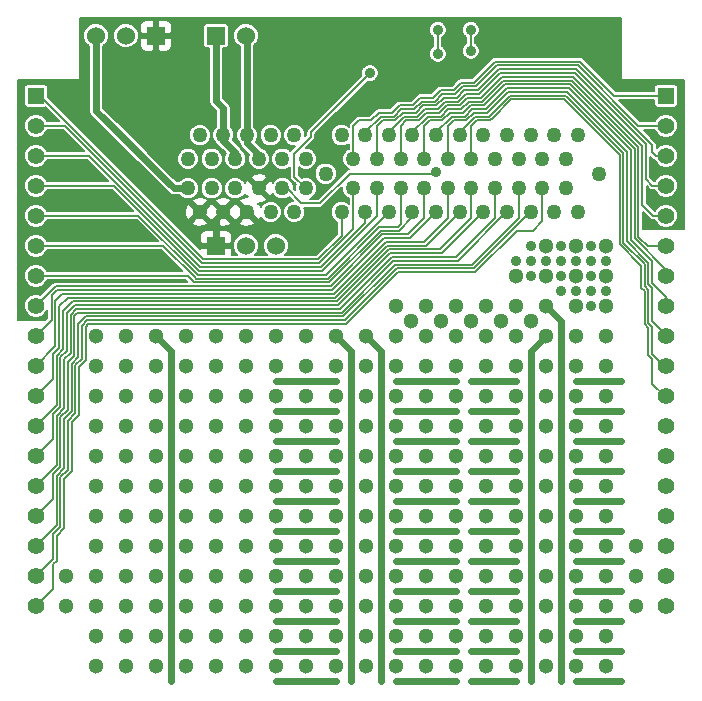
<source format=gbl>
G04 (created by PCBNEW (2013-dec-23)-stable) date Thu 15 May 2014 10:29:33 AM EDT*
%MOIN*%
G04 Gerber Fmt 3.4, Leading zero omitted, Abs format*
%FSLAX34Y34*%
G01*
G70*
G90*
G04 APERTURE LIST*
%ADD10C,0.00590551*%
%ADD11R,0.055X0.055*%
%ADD12C,0.055*%
%ADD13R,0.06X0.06*%
%ADD14C,0.06*%
%ADD15C,0.05*%
%ADD16C,0.0354331*%
%ADD17C,0.0511811*%
%ADD18C,0.023622*%
%ADD19C,0.00629921*%
%ADD20C,0.00787402*%
G04 APERTURE END LIST*
G54D10*
G54D11*
X103019Y-45830D03*
G54D12*
X103019Y-46830D03*
X103019Y-47830D03*
X103019Y-48830D03*
X103019Y-49830D03*
X103019Y-50830D03*
X103019Y-51830D03*
X103019Y-52830D03*
X103019Y-53830D03*
X103019Y-54830D03*
X103019Y-55830D03*
X103019Y-56830D03*
X103019Y-57830D03*
X103019Y-58830D03*
X103019Y-59830D03*
X103019Y-60830D03*
X103019Y-61830D03*
X103019Y-62830D03*
G54D11*
X82019Y-45830D03*
G54D12*
X82019Y-46830D03*
X82019Y-47830D03*
X82019Y-48830D03*
X82019Y-49830D03*
X82019Y-50830D03*
X82019Y-51830D03*
X82019Y-52830D03*
X82019Y-53830D03*
X82019Y-54830D03*
X82019Y-55830D03*
X82019Y-56830D03*
X82019Y-57830D03*
X82019Y-58830D03*
X82019Y-59830D03*
X82019Y-60830D03*
X82019Y-61830D03*
X82019Y-62830D03*
G54D13*
X88019Y-50830D03*
G54D14*
X89019Y-50830D03*
X90019Y-50830D03*
G54D13*
X86019Y-43830D03*
G54D14*
X85019Y-43830D03*
X84019Y-43830D03*
G54D15*
X87480Y-47146D03*
X87874Y-47933D03*
X88268Y-47146D03*
X88661Y-47933D03*
X89055Y-47146D03*
X89449Y-47933D03*
X89842Y-47146D03*
X90236Y-47933D03*
X90630Y-47146D03*
X91023Y-47933D03*
X92205Y-47146D03*
X92598Y-47933D03*
X92992Y-47146D03*
X93386Y-47933D03*
X93779Y-47146D03*
X94173Y-47933D03*
X94567Y-47146D03*
X94960Y-47933D03*
X95354Y-47146D03*
X95748Y-47933D03*
X96142Y-47146D03*
X96535Y-47933D03*
X96929Y-47146D03*
X97323Y-47933D03*
X97716Y-47146D03*
X98110Y-47933D03*
X98504Y-47146D03*
X98897Y-47933D03*
X99291Y-47146D03*
X99685Y-47933D03*
X100079Y-47146D03*
X87086Y-48916D03*
X87480Y-49704D03*
X87874Y-48916D03*
X88268Y-49704D03*
X88661Y-48916D03*
X89055Y-49704D03*
X89449Y-48916D03*
X89842Y-49704D03*
X90236Y-48916D03*
X90630Y-49704D03*
X91023Y-48916D03*
X92205Y-49704D03*
X92598Y-48916D03*
X92992Y-49704D03*
X93386Y-48916D03*
X93779Y-49704D03*
X94173Y-48916D03*
X94567Y-49704D03*
X94960Y-48916D03*
X95354Y-49704D03*
X95748Y-48916D03*
X96142Y-49704D03*
X96535Y-48916D03*
X96929Y-49704D03*
X97323Y-48916D03*
X97716Y-49704D03*
X98110Y-48916D03*
X98504Y-49704D03*
X98897Y-48916D03*
X99291Y-49704D03*
X99685Y-48916D03*
X100079Y-49704D03*
X87086Y-47933D03*
X91673Y-48425D03*
X100787Y-48425D03*
G54D13*
X88019Y-43830D03*
G54D14*
X89019Y-43830D03*
G54D16*
X100519Y-52830D03*
X98019Y-51330D03*
X98519Y-50830D03*
X98519Y-51330D03*
X98519Y-51830D03*
X101019Y-52330D03*
X100519Y-52330D03*
X100519Y-51830D03*
X101019Y-51330D03*
X100519Y-51330D03*
X100519Y-50830D03*
X100019Y-52330D03*
X99519Y-52330D03*
X99519Y-51830D03*
X100019Y-51330D03*
X99019Y-51330D03*
X99519Y-51330D03*
X99519Y-50830D03*
G54D17*
X98519Y-53330D03*
X97519Y-53330D03*
X96519Y-53330D03*
X95519Y-53330D03*
X94519Y-53330D03*
X99019Y-50830D03*
X100019Y-50830D03*
X101019Y-50830D03*
X101019Y-51830D03*
X95019Y-53830D03*
X96019Y-53830D03*
X97019Y-53830D03*
X94019Y-53830D03*
X91019Y-53830D03*
X98019Y-53830D03*
X90019Y-53830D03*
X98019Y-51830D03*
X98019Y-52830D03*
X94019Y-52830D03*
X97019Y-52830D03*
X96019Y-52830D03*
X95019Y-52830D03*
X84019Y-64830D03*
X86019Y-64830D03*
X85019Y-64830D03*
X89019Y-64830D03*
X88019Y-64830D03*
X87019Y-64830D03*
X95019Y-64830D03*
X96019Y-64830D03*
X97019Y-64830D03*
X93019Y-64830D03*
X94019Y-64830D03*
X92019Y-64830D03*
X91019Y-64830D03*
X100019Y-64830D03*
X99019Y-64830D03*
X101019Y-64830D03*
X98019Y-64830D03*
X90019Y-64830D03*
X90019Y-63830D03*
X98019Y-63830D03*
X101019Y-63830D03*
X99019Y-63830D03*
X100019Y-63830D03*
X91019Y-63830D03*
X92019Y-63830D03*
X94019Y-63830D03*
X93019Y-63830D03*
X97019Y-63830D03*
X96019Y-63830D03*
X95019Y-63830D03*
X87019Y-63830D03*
X88019Y-63830D03*
X89019Y-63830D03*
X85019Y-63830D03*
X86019Y-63830D03*
X84019Y-63830D03*
X84019Y-55830D03*
X86019Y-55830D03*
X85019Y-55830D03*
X89019Y-55830D03*
X88019Y-55830D03*
X87019Y-55830D03*
X95019Y-55830D03*
X96019Y-55830D03*
X97019Y-55830D03*
X93019Y-55830D03*
X94019Y-55830D03*
X91019Y-55830D03*
X100019Y-55830D03*
X99019Y-55830D03*
X101019Y-55830D03*
X98019Y-55830D03*
X90019Y-55830D03*
X90019Y-54830D03*
X98019Y-54830D03*
X101019Y-54830D03*
X99019Y-54830D03*
X100019Y-54830D03*
X91019Y-54830D03*
X92019Y-54830D03*
X93019Y-54830D03*
X97019Y-54830D03*
X96019Y-54830D03*
X95019Y-54830D03*
X87019Y-54830D03*
X88019Y-54830D03*
X89019Y-54830D03*
X85019Y-54830D03*
X86019Y-54830D03*
X84019Y-54830D03*
X100019Y-51830D03*
X99019Y-51830D03*
X101019Y-52830D03*
X100019Y-52830D03*
X84019Y-53830D03*
X85019Y-53830D03*
X89019Y-53830D03*
X88019Y-53830D03*
X87019Y-53830D03*
X100019Y-53830D03*
X101019Y-53830D03*
X90019Y-58830D03*
X98019Y-58830D03*
X101019Y-58830D03*
X99019Y-58830D03*
X100019Y-58830D03*
X91019Y-58830D03*
X92019Y-58830D03*
X94019Y-58830D03*
X93019Y-58830D03*
X97019Y-58830D03*
X96019Y-58830D03*
X95019Y-58830D03*
X87019Y-58830D03*
X88019Y-58830D03*
X89019Y-58830D03*
X85019Y-58830D03*
X86019Y-58830D03*
X84019Y-58830D03*
X84019Y-57830D03*
X86019Y-57830D03*
X85019Y-57830D03*
X89019Y-57830D03*
X88019Y-57830D03*
X87019Y-57830D03*
X95019Y-57830D03*
X96019Y-57830D03*
X97019Y-57830D03*
X93019Y-57830D03*
X94019Y-57830D03*
X92019Y-57830D03*
X91019Y-57830D03*
X100019Y-57830D03*
X99019Y-57830D03*
X101019Y-57830D03*
X98019Y-57830D03*
X90019Y-57830D03*
X90019Y-56830D03*
X98019Y-56830D03*
X101019Y-56830D03*
X99019Y-56830D03*
X100019Y-56830D03*
X91019Y-56830D03*
X92019Y-56830D03*
X94019Y-56830D03*
X93019Y-56830D03*
X97019Y-56830D03*
X96019Y-56830D03*
X95019Y-56830D03*
X87019Y-56830D03*
X88019Y-56830D03*
X89019Y-56830D03*
X85019Y-56830D03*
X86019Y-56830D03*
X84019Y-56830D03*
X84019Y-59830D03*
X86019Y-59830D03*
X85019Y-59830D03*
X89019Y-59830D03*
X88019Y-59830D03*
X87019Y-59830D03*
X95019Y-59830D03*
X96019Y-59830D03*
X97019Y-59830D03*
X93019Y-59830D03*
X94019Y-59830D03*
X92019Y-59830D03*
X91019Y-59830D03*
X100019Y-59830D03*
X99019Y-59830D03*
X101019Y-59830D03*
X98019Y-59830D03*
X90019Y-59830D03*
X90019Y-60830D03*
X98019Y-60830D03*
X101019Y-60830D03*
X102019Y-60830D03*
X99019Y-60830D03*
X100019Y-60830D03*
X91019Y-60830D03*
X92019Y-60830D03*
X94019Y-60830D03*
X93019Y-60830D03*
X97019Y-60830D03*
X96019Y-60830D03*
X95019Y-60830D03*
X87019Y-60830D03*
X88019Y-60830D03*
X89019Y-60830D03*
X85019Y-60830D03*
X86019Y-60830D03*
X84019Y-60830D03*
X83019Y-61830D03*
X84019Y-61830D03*
X86019Y-61830D03*
X85019Y-61830D03*
X89019Y-61830D03*
X88019Y-61830D03*
X87019Y-61830D03*
X95019Y-61830D03*
X96019Y-61830D03*
X97019Y-61830D03*
X93019Y-61830D03*
X94019Y-61830D03*
X92019Y-61830D03*
X91019Y-61830D03*
X100019Y-61830D03*
X99019Y-61830D03*
X102019Y-61830D03*
X101019Y-61830D03*
X98019Y-61830D03*
X90019Y-61830D03*
X90019Y-62830D03*
X98019Y-62830D03*
X101019Y-62830D03*
X102019Y-62830D03*
X99019Y-62830D03*
X100019Y-62830D03*
X91019Y-62830D03*
X92019Y-62830D03*
X94019Y-62830D03*
X93019Y-62830D03*
X97019Y-62830D03*
X96019Y-62830D03*
X95019Y-62830D03*
X87019Y-62830D03*
X88019Y-62830D03*
X89019Y-62830D03*
X85019Y-62830D03*
X86019Y-62830D03*
X84019Y-62830D03*
X83019Y-62830D03*
X94019Y-54830D03*
X92019Y-55830D03*
X93019Y-53830D03*
G54D16*
X95354Y-48385D03*
X95419Y-44430D03*
X95419Y-43630D03*
G54D17*
X99019Y-52830D03*
G54D16*
X93149Y-45078D03*
X96519Y-43630D03*
X96519Y-44330D03*
G54D17*
X86019Y-53830D03*
X99019Y-53830D03*
X92019Y-53830D03*
G54D18*
X101519Y-55330D02*
X100019Y-55330D01*
X101519Y-56330D02*
X100019Y-56330D01*
X100019Y-57330D02*
X101519Y-57330D01*
X100019Y-58330D02*
X101519Y-58330D01*
X100019Y-59330D02*
X101519Y-59330D01*
X100019Y-60330D02*
X101519Y-60330D01*
X100019Y-61330D02*
X101519Y-61330D01*
X100019Y-62330D02*
X101519Y-62330D01*
X100019Y-63330D02*
X101519Y-63330D01*
X100019Y-64330D02*
X101519Y-64330D01*
X100019Y-65330D02*
X101519Y-65330D01*
X96519Y-65330D02*
X98019Y-65330D01*
X96519Y-64330D02*
X98019Y-64330D01*
X96519Y-63330D02*
X98019Y-63330D01*
X96519Y-62330D02*
X98019Y-62330D01*
X96519Y-61330D02*
X98019Y-61330D01*
X96519Y-60330D02*
X98019Y-60330D01*
X96519Y-59330D02*
X98019Y-59330D01*
X96519Y-58330D02*
X98019Y-58330D01*
X96519Y-57330D02*
X98019Y-57330D01*
X98019Y-56330D02*
X96519Y-56330D01*
X98019Y-55330D02*
X96519Y-55330D01*
X96019Y-55330D02*
X94019Y-55330D01*
X96019Y-56330D02*
X94019Y-56330D01*
X96019Y-58330D02*
X94019Y-58330D01*
X96019Y-57330D02*
X94019Y-57330D01*
X96019Y-61330D02*
X94019Y-61330D01*
X96019Y-62330D02*
X94019Y-62330D01*
X96019Y-60330D02*
X94019Y-60330D01*
X96019Y-59330D02*
X94019Y-59330D01*
X96019Y-63330D02*
X94019Y-63330D01*
X96019Y-65330D02*
X94019Y-65330D01*
X96019Y-64330D02*
X94019Y-64330D01*
X92019Y-64330D02*
X90019Y-64330D01*
X92019Y-65330D02*
X90019Y-65330D01*
X92019Y-63330D02*
X90019Y-63330D01*
X92019Y-59330D02*
X90019Y-59330D01*
X92019Y-60330D02*
X90019Y-60330D01*
X92019Y-62330D02*
X90019Y-62330D01*
X92019Y-61330D02*
X90019Y-61330D01*
X92019Y-57330D02*
X90019Y-57330D01*
X92019Y-58330D02*
X90019Y-58330D01*
X92019Y-56330D02*
X90019Y-56330D01*
X92019Y-55330D02*
X90019Y-55330D01*
X93519Y-54330D02*
X93519Y-65330D01*
X93019Y-53830D02*
X93519Y-54330D01*
G54D19*
X92480Y-48425D02*
X95314Y-48425D01*
X90373Y-48916D02*
X90866Y-49409D01*
X90866Y-49409D02*
X91496Y-49409D01*
X91496Y-49409D02*
X92480Y-48425D01*
X90236Y-48916D02*
X90373Y-48916D01*
X95314Y-48425D02*
X95354Y-48385D01*
X95419Y-43630D02*
X95419Y-44430D01*
G54D18*
X99519Y-53330D02*
X99519Y-65330D01*
X99019Y-52830D02*
X99519Y-53330D01*
G54D19*
X90629Y-48522D02*
X91023Y-48916D01*
X90629Y-47755D02*
X90629Y-48522D01*
X91181Y-47204D02*
X90629Y-47755D01*
X91181Y-47047D02*
X91181Y-47204D01*
X93149Y-45078D02*
X91181Y-47047D01*
G54D18*
X87086Y-48916D02*
X86613Y-48916D01*
X84019Y-46322D02*
X84019Y-43830D01*
X86613Y-48916D02*
X84019Y-46322D01*
X89449Y-47933D02*
X89449Y-47815D01*
X89055Y-43866D02*
X89019Y-43830D01*
X89055Y-47421D02*
X89055Y-43866D01*
X89449Y-47815D02*
X89055Y-47421D01*
X88268Y-47146D02*
X88268Y-46241D01*
X88019Y-45992D02*
X88019Y-43830D01*
X88268Y-46241D02*
X88019Y-45992D01*
X88661Y-47933D02*
X88661Y-47716D01*
X88268Y-47323D02*
X88268Y-47146D01*
X88661Y-47716D02*
X88268Y-47323D01*
G54D19*
X96519Y-44330D02*
X96519Y-43630D01*
X88484Y-51673D02*
X87457Y-51673D01*
X84615Y-48830D02*
X87457Y-51673D01*
X84615Y-48830D02*
X82019Y-48830D01*
X88323Y-51673D02*
X88484Y-51673D01*
X88484Y-51673D02*
X91558Y-51673D01*
X91558Y-51673D02*
X93386Y-49844D01*
X93386Y-49844D02*
X93386Y-48916D01*
X87389Y-51783D02*
X87405Y-51799D01*
X87405Y-51799D02*
X88484Y-51799D01*
X82019Y-49830D02*
X85436Y-49830D01*
X85436Y-49830D02*
X87389Y-51783D01*
X88271Y-51799D02*
X88484Y-51799D01*
X88484Y-51799D02*
X91685Y-51799D01*
X91685Y-51799D02*
X93779Y-49704D01*
X87349Y-51921D02*
X87353Y-51925D01*
X87353Y-51925D02*
X88484Y-51925D01*
X94173Y-50098D02*
X94173Y-48916D01*
X94074Y-50196D02*
X94173Y-50098D01*
X82019Y-50830D02*
X86258Y-50830D01*
X86258Y-50830D02*
X87349Y-51921D01*
X91737Y-51925D02*
X93465Y-50196D01*
X93465Y-50196D02*
X94074Y-50196D01*
X88219Y-51925D02*
X88484Y-51925D01*
X88484Y-51925D02*
X91737Y-51925D01*
X88287Y-52051D02*
X87301Y-52051D01*
X87080Y-51830D02*
X87301Y-52051D01*
X87080Y-51830D02*
X82019Y-51830D01*
X94567Y-49882D02*
X94567Y-49704D01*
X94126Y-50322D02*
X94567Y-49882D01*
X91789Y-52051D02*
X93517Y-50322D01*
X93517Y-50322D02*
X94126Y-50322D01*
X88167Y-52051D02*
X88287Y-52051D01*
X88287Y-52051D02*
X91789Y-52051D01*
X82677Y-52173D02*
X82681Y-52177D01*
X83539Y-52177D02*
X91841Y-52177D01*
X91841Y-52177D02*
X93569Y-50448D01*
X93569Y-50448D02*
X94413Y-50448D01*
X94413Y-50448D02*
X94960Y-49901D01*
X94960Y-49901D02*
X94960Y-48916D01*
X82681Y-52177D02*
X83539Y-52177D01*
X82019Y-52830D02*
X82677Y-52173D01*
X82677Y-52173D02*
X82673Y-52177D01*
X84448Y-52303D02*
X83562Y-52303D01*
X82541Y-53309D02*
X82019Y-53830D01*
X82541Y-52487D02*
X82725Y-52303D01*
X82725Y-52303D02*
X83562Y-52303D01*
X82541Y-53309D02*
X82541Y-52487D01*
X94484Y-50574D02*
X95354Y-49704D01*
X93622Y-50574D02*
X94484Y-50574D01*
X91893Y-52303D02*
X93622Y-50574D01*
X84413Y-52303D02*
X84448Y-52303D01*
X84448Y-52303D02*
X91893Y-52303D01*
X99716Y-46051D02*
X99618Y-45952D01*
X99618Y-45952D02*
X97864Y-45952D01*
X97864Y-45952D02*
X97252Y-46563D01*
X103019Y-55830D02*
X102976Y-55830D01*
X101472Y-50788D02*
X101472Y-50492D01*
X102181Y-51497D02*
X101472Y-50788D01*
X102181Y-52223D02*
X102181Y-51497D01*
X102307Y-52349D02*
X102181Y-52223D01*
X102307Y-53450D02*
X102307Y-52349D01*
X102433Y-53576D02*
X102307Y-53450D01*
X102433Y-54481D02*
X102433Y-53576D01*
X102568Y-54616D02*
X102433Y-54481D01*
X102568Y-55422D02*
X102568Y-54616D01*
X102976Y-55830D02*
X102568Y-55422D01*
X101472Y-50492D02*
X101472Y-47807D01*
X96535Y-46850D02*
X96535Y-47933D01*
X96732Y-46653D02*
X96535Y-46850D01*
X97163Y-46653D02*
X96732Y-46653D01*
X97864Y-45952D02*
X97252Y-46563D01*
X97252Y-46563D02*
X97163Y-46653D01*
X101472Y-47807D02*
X99716Y-46051D01*
X99670Y-45826D02*
X97811Y-45826D01*
X97811Y-45826D02*
X97111Y-46527D01*
X97111Y-46527D02*
X96661Y-46527D01*
X96661Y-46527D02*
X96142Y-47046D01*
X96142Y-47046D02*
X96142Y-47146D01*
X99670Y-45826D02*
X99707Y-45863D01*
X101598Y-47754D02*
X99707Y-45863D01*
X99707Y-45863D02*
X99670Y-45826D01*
X103019Y-54830D02*
X102960Y-54830D01*
X101598Y-50736D02*
X101598Y-50393D01*
X102307Y-51444D02*
X101598Y-50736D01*
X102307Y-52171D02*
X102307Y-51444D01*
X102433Y-52297D02*
X102307Y-52171D01*
X102433Y-53398D02*
X102433Y-52297D01*
X102559Y-53524D02*
X102433Y-53398D01*
X102559Y-54429D02*
X102559Y-53524D01*
X102960Y-54830D02*
X102559Y-54429D01*
X101598Y-50393D02*
X101598Y-47754D01*
X99722Y-45700D02*
X97759Y-45700D01*
X97759Y-45700D02*
X97058Y-46401D01*
X97058Y-46401D02*
X96609Y-46401D01*
X96609Y-46401D02*
X96357Y-46653D01*
X96357Y-46653D02*
X95944Y-46653D01*
X95944Y-46653D02*
X95748Y-46849D01*
X95748Y-46849D02*
X95748Y-47933D01*
X99722Y-45700D02*
X99796Y-45774D01*
X101724Y-47702D02*
X99796Y-45774D01*
X99796Y-45774D02*
X99722Y-45700D01*
X103019Y-53830D02*
X103019Y-53807D01*
X101724Y-50684D02*
X101724Y-50393D01*
X102433Y-51392D02*
X101724Y-50684D01*
X102433Y-52119D02*
X102433Y-51392D01*
X102559Y-52245D02*
X102433Y-52119D01*
X102559Y-53346D02*
X102559Y-52245D01*
X103019Y-53807D02*
X102559Y-53346D01*
X101724Y-50393D02*
X101724Y-47702D01*
X99774Y-45574D02*
X97707Y-45574D01*
X101850Y-50393D02*
X101850Y-47650D01*
X103019Y-52527D02*
X102559Y-52066D01*
X102559Y-52066D02*
X102559Y-51340D01*
X102559Y-51340D02*
X101850Y-50631D01*
X101850Y-50631D02*
X101850Y-50393D01*
X103019Y-52830D02*
X103019Y-52527D01*
X101850Y-47650D02*
X99774Y-45574D01*
X97707Y-45574D02*
X97006Y-46275D01*
X97006Y-46275D02*
X96557Y-46275D01*
X96557Y-46275D02*
X96305Y-46527D01*
X96305Y-46527D02*
X95874Y-46527D01*
X95874Y-46527D02*
X95354Y-47046D01*
X95354Y-47046D02*
X95354Y-47146D01*
X88484Y-51531D02*
X87494Y-51531D01*
X83793Y-47830D02*
X87494Y-51531D01*
X83793Y-47830D02*
X82019Y-47830D01*
X92992Y-50060D02*
X92992Y-49704D01*
X91521Y-51531D02*
X92992Y-50060D01*
X88360Y-51531D02*
X88484Y-51531D01*
X88484Y-51531D02*
X91521Y-51531D01*
X99826Y-45448D02*
X97655Y-45448D01*
X101976Y-50393D02*
X101976Y-47598D01*
X103019Y-51623D02*
X101976Y-50579D01*
X101976Y-50579D02*
X101976Y-50393D01*
X103019Y-51830D02*
X103019Y-51623D01*
X101976Y-47598D02*
X99826Y-45448D01*
X97655Y-45448D02*
X96954Y-46149D01*
X96954Y-46149D02*
X96504Y-46149D01*
X96504Y-46149D02*
X96252Y-46401D01*
X96252Y-46401D02*
X95821Y-46401D01*
X95821Y-46401D02*
X95569Y-46653D01*
X95569Y-46653D02*
X95157Y-46653D01*
X95157Y-46653D02*
X94960Y-46850D01*
X94960Y-46850D02*
X94960Y-47933D01*
X97603Y-45322D02*
X99879Y-45322D01*
X102405Y-50830D02*
X102102Y-50527D01*
X102102Y-50527D02*
X102102Y-47546D01*
X102405Y-50830D02*
X103019Y-50830D01*
X102102Y-47546D02*
X99879Y-45322D01*
X97603Y-45322D02*
X97545Y-45380D01*
X94567Y-47046D02*
X94567Y-47146D01*
X95086Y-46527D02*
X94567Y-47046D01*
X95517Y-46527D02*
X95086Y-46527D01*
X95769Y-46275D02*
X95517Y-46527D01*
X96200Y-46275D02*
X95769Y-46275D01*
X96452Y-46023D02*
X96200Y-46275D01*
X96902Y-46023D02*
X96452Y-46023D01*
X97603Y-45322D02*
X97545Y-45380D01*
X97545Y-45380D02*
X96902Y-46023D01*
X102354Y-47441D02*
X99983Y-45070D01*
X102570Y-48830D02*
X102354Y-48614D01*
X102354Y-48614D02*
X102354Y-47441D01*
X103019Y-48830D02*
X102570Y-48830D01*
X99983Y-45070D02*
X97498Y-45070D01*
X97498Y-45070D02*
X96798Y-45771D01*
X93779Y-47047D02*
X93779Y-47146D01*
X94299Y-46527D02*
X93779Y-47047D01*
X94730Y-46527D02*
X94299Y-46527D01*
X94982Y-46275D02*
X94730Y-46527D01*
X95413Y-46275D02*
X94982Y-46275D01*
X95665Y-46023D02*
X95413Y-46275D01*
X96096Y-46023D02*
X95665Y-46023D01*
X96348Y-45771D02*
X96096Y-46023D01*
X96798Y-45771D02*
X96348Y-45771D01*
X97498Y-45070D02*
X96798Y-45771D01*
X97446Y-44944D02*
X100035Y-44944D01*
X102559Y-47468D02*
X100035Y-44944D01*
X102673Y-47830D02*
X102559Y-47716D01*
X102559Y-47716D02*
X102559Y-47468D01*
X102673Y-47830D02*
X103019Y-47830D01*
X97446Y-44944D02*
X97440Y-44950D01*
X97440Y-44950D02*
X97409Y-44981D01*
X93386Y-46849D02*
X93386Y-47933D01*
X93582Y-46653D02*
X93386Y-46849D01*
X93995Y-46653D02*
X93582Y-46653D01*
X94247Y-46401D02*
X93995Y-46653D01*
X94678Y-46401D02*
X94247Y-46401D01*
X94930Y-46149D02*
X94678Y-46401D01*
X95361Y-46149D02*
X94930Y-46149D01*
X95613Y-45897D02*
X95361Y-46149D01*
X96044Y-45897D02*
X95613Y-45897D01*
X96296Y-45645D02*
X96044Y-45897D01*
X96745Y-45645D02*
X96296Y-45645D01*
X97446Y-44944D02*
X97409Y-44981D01*
X97409Y-44981D02*
X96745Y-45645D01*
X97394Y-44818D02*
X96693Y-45519D01*
X100087Y-44818D02*
X97394Y-44818D01*
X103019Y-46830D02*
X102099Y-46830D01*
X102099Y-46830D02*
X100087Y-44818D01*
X96693Y-45519D02*
X96653Y-45519D01*
X92992Y-47046D02*
X92992Y-47146D01*
X93511Y-46527D02*
X92992Y-47046D01*
X93942Y-46527D02*
X93511Y-46527D01*
X94194Y-46275D02*
X93942Y-46527D01*
X94625Y-46275D02*
X94194Y-46275D01*
X94877Y-46023D02*
X94625Y-46275D01*
X95308Y-46023D02*
X94877Y-46023D01*
X95560Y-45771D02*
X95308Y-46023D01*
X95991Y-45771D02*
X95560Y-45771D01*
X96243Y-45519D02*
X95991Y-45771D01*
X96685Y-45519D02*
X96653Y-45519D01*
X96653Y-45519D02*
X96243Y-45519D01*
X99931Y-45196D02*
X97551Y-45196D01*
X102586Y-49830D02*
X102228Y-49472D01*
X102228Y-49472D02*
X102228Y-47493D01*
X103019Y-49830D02*
X102586Y-49830D01*
X102228Y-47493D02*
X99931Y-45196D01*
X97551Y-45196D02*
X96850Y-45897D01*
X96850Y-45897D02*
X96400Y-45897D01*
X96400Y-45897D02*
X96148Y-46149D01*
X96148Y-46149D02*
X95717Y-46149D01*
X95717Y-46149D02*
X95465Y-46401D01*
X95465Y-46401D02*
X95034Y-46401D01*
X95034Y-46401D02*
X94782Y-46653D01*
X94782Y-46653D02*
X94370Y-46653D01*
X94370Y-46653D02*
X94173Y-46849D01*
X94173Y-46849D02*
X94173Y-47933D01*
X93883Y-51204D02*
X96019Y-51204D01*
X96019Y-51204D02*
X97323Y-49900D01*
X97323Y-48916D02*
X97323Y-49900D01*
X82956Y-56250D02*
X82704Y-56502D01*
X82704Y-56502D02*
X82704Y-58145D01*
X82704Y-58145D02*
X82019Y-58830D01*
X88287Y-52933D02*
X89153Y-52933D01*
X92154Y-52933D02*
X93883Y-51204D01*
X89153Y-52933D02*
X92154Y-52933D01*
X88287Y-52933D02*
X83367Y-52933D01*
X83367Y-52933D02*
X83171Y-53128D01*
X83171Y-53128D02*
X83171Y-54391D01*
X83171Y-54391D02*
X82956Y-54606D01*
X82956Y-54606D02*
X82956Y-56250D01*
X83396Y-53081D02*
X83419Y-53059D01*
X83419Y-53059D02*
X84350Y-53059D01*
X96071Y-51330D02*
X93935Y-51330D01*
X97697Y-49704D02*
X96071Y-51330D01*
X97697Y-49704D02*
X97716Y-49704D01*
X93935Y-51330D02*
X92206Y-53059D01*
X92206Y-53059D02*
X84350Y-53059D01*
X84350Y-53059D02*
X84285Y-53059D01*
X82578Y-59271D02*
X82019Y-59830D01*
X82578Y-58449D02*
X82578Y-59271D01*
X82830Y-58197D02*
X82578Y-58449D01*
X82830Y-56554D02*
X82830Y-58197D01*
X83082Y-56302D02*
X82830Y-56554D01*
X83082Y-54712D02*
X83082Y-56302D01*
X83297Y-54498D02*
X83082Y-54712D01*
X83297Y-53181D02*
X83297Y-54498D01*
X83396Y-53081D02*
X83297Y-53181D01*
X84645Y-53185D02*
X83683Y-53185D01*
X83683Y-53185D02*
X83423Y-53444D01*
X83423Y-53444D02*
X83423Y-54550D01*
X83423Y-54550D02*
X83208Y-54764D01*
X83208Y-54764D02*
X83208Y-56354D01*
X83208Y-56354D02*
X82956Y-56606D01*
X82956Y-56606D02*
X82956Y-58250D01*
X82956Y-58250D02*
X82704Y-58502D01*
X82704Y-58502D02*
X82704Y-60145D01*
X82704Y-60145D02*
X82019Y-60830D01*
X98110Y-48916D02*
X98110Y-49901D01*
X98110Y-49901D02*
X96555Y-51456D01*
X96555Y-51456D02*
X93987Y-51456D01*
X92259Y-53185D02*
X84645Y-53185D01*
X84645Y-53185D02*
X84549Y-53185D01*
X93987Y-51456D02*
X92259Y-53185D01*
X83729Y-53316D02*
X83735Y-53311D01*
X83735Y-53311D02*
X84744Y-53311D01*
X98504Y-49704D02*
X98485Y-49704D01*
X98485Y-49704D02*
X96607Y-51582D01*
X92311Y-53311D02*
X84744Y-53311D01*
X84744Y-53311D02*
X84601Y-53311D01*
X94039Y-51582D02*
X92311Y-53311D01*
X96607Y-51582D02*
X94039Y-51582D01*
X82578Y-61271D02*
X82019Y-61830D01*
X82578Y-60449D02*
X82578Y-61271D01*
X82830Y-60197D02*
X82578Y-60449D01*
X82830Y-58554D02*
X82830Y-60197D01*
X83082Y-58302D02*
X82830Y-58554D01*
X83082Y-56658D02*
X83082Y-58302D01*
X83334Y-56406D02*
X83082Y-56658D01*
X83334Y-54816D02*
X83334Y-56406D01*
X83549Y-54602D02*
X83334Y-54816D01*
X83549Y-53497D02*
X83549Y-54602D01*
X83729Y-53316D02*
X83549Y-53497D01*
X83769Y-53454D02*
X83787Y-53437D01*
X83787Y-53437D02*
X84653Y-53437D01*
X98897Y-48916D02*
X98897Y-49999D01*
X98042Y-50325D02*
X96659Y-51708D01*
X98571Y-50325D02*
X98042Y-50325D01*
X98897Y-49999D02*
X98571Y-50325D01*
X92363Y-53437D02*
X84653Y-53437D01*
X94091Y-51708D02*
X92363Y-53437D01*
X96659Y-51708D02*
X94091Y-51708D01*
X82578Y-62271D02*
X82019Y-62830D01*
X82578Y-61449D02*
X82578Y-62271D01*
X82704Y-61323D02*
X82578Y-61449D01*
X82704Y-60502D02*
X82704Y-61323D01*
X82956Y-60250D02*
X82704Y-60502D01*
X82956Y-58606D02*
X82956Y-60250D01*
X83208Y-58354D02*
X82956Y-58606D01*
X83208Y-56710D02*
X83208Y-58354D01*
X83460Y-56458D02*
X83208Y-56710D01*
X83460Y-54869D02*
X83460Y-56458D01*
X83675Y-54654D02*
X83460Y-54869D01*
X83675Y-53549D02*
X83675Y-54654D01*
X83787Y-53437D02*
X83769Y-53454D01*
X83769Y-53454D02*
X83675Y-53549D01*
X85433Y-52429D02*
X84547Y-52429D01*
X82895Y-52429D02*
X82667Y-52657D01*
X82667Y-52657D02*
X82667Y-54183D01*
X82667Y-54183D02*
X82019Y-54830D01*
X84547Y-52429D02*
X82895Y-52429D01*
X95748Y-49900D02*
X95748Y-48916D01*
X94948Y-50700D02*
X95748Y-49900D01*
X93674Y-50700D02*
X94948Y-50700D01*
X91945Y-52429D02*
X93674Y-50700D01*
X85413Y-52429D02*
X85433Y-52429D01*
X85433Y-52429D02*
X91945Y-52429D01*
X85433Y-52555D02*
X86299Y-52555D01*
X83074Y-52555D02*
X82793Y-52836D01*
X82793Y-52836D02*
X82793Y-54235D01*
X82793Y-54235D02*
X82578Y-54449D01*
X82578Y-54449D02*
X82578Y-55271D01*
X82019Y-55830D02*
X82578Y-55271D01*
X85433Y-52555D02*
X83074Y-52555D01*
X86299Y-52555D02*
X91998Y-52555D01*
X91998Y-52555D02*
X93726Y-50826D01*
X93726Y-50826D02*
X95020Y-50826D01*
X95020Y-50826D02*
X96142Y-49704D01*
X82919Y-53005D02*
X82919Y-54287D01*
X82919Y-54287D02*
X82704Y-54502D01*
X82704Y-54502D02*
X82704Y-56145D01*
X82019Y-56830D02*
X82704Y-56145D01*
X83244Y-52681D02*
X82919Y-53005D01*
X93778Y-50952D02*
X95484Y-50952D01*
X95484Y-50952D02*
X96535Y-49901D01*
X96535Y-49901D02*
X96535Y-48916D01*
X86417Y-52681D02*
X87283Y-52681D01*
X86417Y-52681D02*
X83244Y-52681D01*
X87283Y-52681D02*
X92050Y-52681D01*
X92050Y-52681D02*
X93778Y-50952D01*
X100140Y-44692D02*
X97314Y-44692D01*
X103019Y-45830D02*
X101277Y-45830D01*
X101277Y-45830D02*
X100140Y-44692D01*
X97314Y-44692D02*
X96614Y-45393D01*
X96614Y-45393D02*
X96191Y-45393D01*
X96191Y-45393D02*
X95939Y-45645D01*
X95939Y-45645D02*
X95508Y-45645D01*
X95508Y-45645D02*
X95256Y-45897D01*
X95256Y-45897D02*
X94825Y-45897D01*
X94825Y-45897D02*
X94573Y-46149D01*
X94573Y-46149D02*
X94142Y-46149D01*
X94142Y-46149D02*
X93890Y-46401D01*
X93890Y-46401D02*
X93440Y-46401D01*
X93440Y-46401D02*
X93188Y-46653D01*
X93188Y-46653D02*
X92795Y-46653D01*
X92795Y-46653D02*
X92598Y-46850D01*
X92598Y-46850D02*
X92598Y-47933D01*
X87598Y-51279D02*
X88464Y-51279D01*
X82149Y-45830D02*
X87598Y-51279D01*
X82019Y-45830D02*
X82149Y-45830D01*
X88464Y-51279D02*
X91417Y-51279D01*
X91417Y-51279D02*
X92205Y-50491D01*
X92205Y-50491D02*
X92205Y-49704D01*
X88385Y-51405D02*
X87546Y-51405D01*
X82971Y-46830D02*
X87546Y-51405D01*
X82971Y-46830D02*
X82019Y-46830D01*
X92598Y-50276D02*
X92598Y-48916D01*
X91469Y-51405D02*
X92598Y-50276D01*
X88412Y-51405D02*
X88385Y-51405D01*
X88385Y-51405D02*
X91469Y-51405D01*
X88090Y-52807D02*
X87204Y-52807D01*
X83045Y-53076D02*
X83045Y-54339D01*
X83045Y-54339D02*
X82830Y-54554D01*
X82830Y-54554D02*
X82830Y-56197D01*
X82830Y-56197D02*
X82578Y-56449D01*
X82578Y-56449D02*
X82578Y-57271D01*
X82578Y-57271D02*
X82019Y-57830D01*
X83314Y-52807D02*
X83045Y-53076D01*
X87204Y-52807D02*
X83314Y-52807D01*
X95555Y-51078D02*
X96929Y-49704D01*
X93830Y-51078D02*
X95555Y-51078D01*
X92102Y-52807D02*
X93830Y-51078D01*
X88070Y-52807D02*
X88090Y-52807D01*
X88090Y-52807D02*
X92102Y-52807D01*
G54D18*
X86519Y-54330D02*
X86519Y-65330D01*
X86019Y-53830D02*
X86519Y-54330D01*
X98519Y-54330D02*
X98519Y-65330D01*
X99019Y-53830D02*
X98519Y-54330D01*
X92519Y-54330D02*
X92519Y-65330D01*
X92019Y-53830D02*
X92519Y-54330D01*
X88019Y-50830D02*
X88019Y-49953D01*
X88019Y-49953D02*
X88268Y-49704D01*
G54D10*
G36*
X103622Y-50275D02*
X102251Y-50275D01*
X102251Y-49707D01*
X102480Y-49936D01*
X102480Y-49936D01*
X102529Y-49968D01*
X102586Y-49980D01*
X102656Y-49980D01*
X102686Y-50053D01*
X102796Y-50163D01*
X102941Y-50223D01*
X103097Y-50223D01*
X103242Y-50164D01*
X103352Y-50053D01*
X103412Y-49909D01*
X103412Y-49752D01*
X103353Y-49608D01*
X103242Y-49497D01*
X103098Y-49437D01*
X102941Y-49437D01*
X102797Y-49497D01*
X102686Y-49607D01*
X102656Y-49681D01*
X102648Y-49681D01*
X102377Y-49410D01*
X102377Y-48849D01*
X102465Y-48936D01*
X102465Y-48936D01*
X102513Y-48968D01*
X102570Y-48980D01*
X102570Y-48980D01*
X102570Y-48980D01*
X102656Y-48980D01*
X102686Y-49053D01*
X102796Y-49163D01*
X102941Y-49223D01*
X103097Y-49223D01*
X103242Y-49164D01*
X103352Y-49053D01*
X103412Y-48909D01*
X103412Y-48752D01*
X103353Y-48608D01*
X103242Y-48497D01*
X103098Y-48437D01*
X102941Y-48437D01*
X102797Y-48497D01*
X102686Y-48607D01*
X102656Y-48681D01*
X102632Y-48681D01*
X102503Y-48552D01*
X102503Y-47872D01*
X102567Y-47936D01*
X102567Y-47936D01*
X102615Y-47968D01*
X102654Y-47976D01*
X102686Y-48053D01*
X102796Y-48163D01*
X102941Y-48223D01*
X103097Y-48223D01*
X103242Y-48164D01*
X103352Y-48053D01*
X103412Y-47909D01*
X103412Y-47752D01*
X103353Y-47608D01*
X103242Y-47497D01*
X103098Y-47437D01*
X102941Y-47437D01*
X102797Y-47497D01*
X102708Y-47585D01*
X102708Y-47468D01*
X102697Y-47411D01*
X102664Y-47362D01*
X102664Y-47362D01*
X102282Y-46980D01*
X102656Y-46980D01*
X102686Y-47053D01*
X102796Y-47163D01*
X102941Y-47223D01*
X103097Y-47223D01*
X103242Y-47164D01*
X103352Y-47053D01*
X103412Y-46909D01*
X103412Y-46752D01*
X103353Y-46608D01*
X103242Y-46497D01*
X103098Y-46437D01*
X102941Y-46437D01*
X102797Y-46497D01*
X102686Y-46607D01*
X102656Y-46681D01*
X102161Y-46681D01*
X101460Y-45980D01*
X102626Y-45980D01*
X102626Y-46129D01*
X102644Y-46172D01*
X102677Y-46205D01*
X102721Y-46223D01*
X102768Y-46223D01*
X103318Y-46223D01*
X103361Y-46205D01*
X103394Y-46172D01*
X103412Y-46129D01*
X103412Y-46082D01*
X103412Y-45532D01*
X103394Y-45488D01*
X103361Y-45455D01*
X103318Y-45437D01*
X103271Y-45437D01*
X102721Y-45437D01*
X102677Y-45455D01*
X102644Y-45488D01*
X102626Y-45532D01*
X102626Y-45579D01*
X102626Y-45681D01*
X101339Y-45681D01*
X100245Y-44587D01*
X100197Y-44554D01*
X100187Y-44552D01*
X100140Y-44543D01*
X100140Y-44543D01*
X97314Y-44543D01*
X97257Y-44554D01*
X97209Y-44587D01*
X97209Y-44587D01*
X96815Y-44981D01*
X96815Y-44272D01*
X96770Y-44163D01*
X96687Y-44080D01*
X96669Y-44073D01*
X96669Y-43888D01*
X96686Y-43881D01*
X96769Y-43798D01*
X96814Y-43689D01*
X96815Y-43572D01*
X96770Y-43463D01*
X96687Y-43380D01*
X96578Y-43335D01*
X96461Y-43335D01*
X96352Y-43380D01*
X96269Y-43463D01*
X96224Y-43571D01*
X96224Y-43689D01*
X96269Y-43797D01*
X96352Y-43880D01*
X96370Y-43888D01*
X96370Y-44073D01*
X96352Y-44080D01*
X96269Y-44163D01*
X96224Y-44271D01*
X96224Y-44389D01*
X96269Y-44497D01*
X96352Y-44580D01*
X96460Y-44625D01*
X96578Y-44626D01*
X96686Y-44581D01*
X96769Y-44498D01*
X96814Y-44389D01*
X96815Y-44272D01*
X96815Y-44981D01*
X96552Y-45244D01*
X96191Y-45244D01*
X96134Y-45255D01*
X96085Y-45287D01*
X96085Y-45287D01*
X95877Y-45496D01*
X95715Y-45496D01*
X95715Y-44372D01*
X95670Y-44263D01*
X95587Y-44180D01*
X95569Y-44173D01*
X95569Y-43888D01*
X95586Y-43881D01*
X95669Y-43798D01*
X95714Y-43689D01*
X95715Y-43572D01*
X95670Y-43463D01*
X95587Y-43380D01*
X95478Y-43335D01*
X95361Y-43335D01*
X95252Y-43380D01*
X95169Y-43463D01*
X95124Y-43571D01*
X95124Y-43689D01*
X95169Y-43797D01*
X95252Y-43880D01*
X95270Y-43888D01*
X95270Y-44173D01*
X95252Y-44180D01*
X95169Y-44263D01*
X95124Y-44371D01*
X95124Y-44489D01*
X95169Y-44597D01*
X95252Y-44680D01*
X95360Y-44725D01*
X95478Y-44726D01*
X95586Y-44681D01*
X95669Y-44598D01*
X95714Y-44489D01*
X95715Y-44372D01*
X95715Y-45496D01*
X95508Y-45496D01*
X95451Y-45507D01*
X95402Y-45539D01*
X95402Y-45539D01*
X95194Y-45748D01*
X94825Y-45748D01*
X94768Y-45759D01*
X94719Y-45791D01*
X94719Y-45791D01*
X94511Y-45999D01*
X94142Y-45999D01*
X94085Y-46011D01*
X94036Y-46043D01*
X94036Y-46043D01*
X93828Y-46251D01*
X93440Y-46251D01*
X93383Y-46263D01*
X93335Y-46295D01*
X93335Y-46295D01*
X93127Y-46503D01*
X92795Y-46503D01*
X92795Y-46503D01*
X92738Y-46515D01*
X92689Y-46547D01*
X92689Y-46547D01*
X92492Y-46744D01*
X92460Y-46792D01*
X92458Y-46802D01*
X92449Y-46850D01*
X92449Y-46850D01*
X92449Y-46869D01*
X92414Y-46834D01*
X92279Y-46778D01*
X92132Y-46778D01*
X91997Y-46834D01*
X91893Y-46937D01*
X91837Y-47073D01*
X91837Y-47219D01*
X91893Y-47354D01*
X91996Y-47458D01*
X92132Y-47514D01*
X92278Y-47514D01*
X92413Y-47458D01*
X92449Y-47423D01*
X92449Y-47597D01*
X92390Y-47621D01*
X92286Y-47724D01*
X92230Y-47860D01*
X92230Y-48006D01*
X92286Y-48141D01*
X92389Y-48245D01*
X92468Y-48278D01*
X92423Y-48286D01*
X92374Y-48319D01*
X92374Y-48319D01*
X92041Y-48652D01*
X92041Y-48352D01*
X91985Y-48216D01*
X91882Y-48113D01*
X91746Y-48057D01*
X91600Y-48057D01*
X91464Y-48112D01*
X91361Y-48216D01*
X91305Y-48351D01*
X91305Y-48498D01*
X91360Y-48633D01*
X91464Y-48737D01*
X91599Y-48793D01*
X91746Y-48793D01*
X91881Y-48737D01*
X91985Y-48633D01*
X92041Y-48498D01*
X92041Y-48352D01*
X92041Y-48652D01*
X91434Y-49259D01*
X91156Y-49259D01*
X91231Y-49228D01*
X91335Y-49125D01*
X91391Y-48990D01*
X91391Y-48843D01*
X91335Y-48708D01*
X91232Y-48604D01*
X91097Y-48548D01*
X90950Y-48548D01*
X90891Y-48572D01*
X90779Y-48460D01*
X90779Y-48210D01*
X90814Y-48245D01*
X90950Y-48301D01*
X91096Y-48301D01*
X91231Y-48245D01*
X91335Y-48142D01*
X91391Y-48007D01*
X91391Y-47860D01*
X91335Y-47725D01*
X91232Y-47621D01*
X91097Y-47565D01*
X91031Y-47565D01*
X91286Y-47310D01*
X91286Y-47310D01*
X91286Y-47310D01*
X91319Y-47261D01*
X91330Y-47204D01*
X91330Y-47204D01*
X91330Y-47204D01*
X91330Y-47109D01*
X93073Y-45366D01*
X93090Y-45373D01*
X93208Y-45374D01*
X93316Y-45329D01*
X93399Y-45246D01*
X93444Y-45137D01*
X93444Y-45020D01*
X93400Y-44911D01*
X93317Y-44828D01*
X93208Y-44783D01*
X93091Y-44783D01*
X92982Y-44828D01*
X92899Y-44911D01*
X92854Y-45019D01*
X92854Y-45137D01*
X92861Y-45155D01*
X91075Y-46941D01*
X91042Y-46989D01*
X91040Y-46999D01*
X91031Y-47047D01*
X91031Y-47047D01*
X91031Y-47142D01*
X90998Y-47175D01*
X90998Y-47073D01*
X90942Y-46938D01*
X90839Y-46834D01*
X90704Y-46778D01*
X90557Y-46778D01*
X90422Y-46834D01*
X90318Y-46937D01*
X90262Y-47073D01*
X90262Y-47219D01*
X90318Y-47354D01*
X90421Y-47458D01*
X90557Y-47514D01*
X90659Y-47514D01*
X90524Y-47650D01*
X90503Y-47680D01*
X90445Y-47621D01*
X90310Y-47565D01*
X90210Y-47565D01*
X90210Y-47073D01*
X90154Y-46938D01*
X90051Y-46834D01*
X89916Y-46778D01*
X89769Y-46778D01*
X89634Y-46834D01*
X89530Y-46937D01*
X89474Y-47073D01*
X89474Y-47219D01*
X89530Y-47354D01*
X89633Y-47458D01*
X89769Y-47514D01*
X89915Y-47514D01*
X90050Y-47458D01*
X90154Y-47355D01*
X90210Y-47220D01*
X90210Y-47073D01*
X90210Y-47565D01*
X90163Y-47565D01*
X90028Y-47621D01*
X89924Y-47724D01*
X89868Y-47860D01*
X89868Y-48006D01*
X89924Y-48141D01*
X90027Y-48245D01*
X90163Y-48301D01*
X90309Y-48301D01*
X90444Y-48245D01*
X90480Y-48210D01*
X90480Y-48522D01*
X90480Y-48522D01*
X90489Y-48570D01*
X90491Y-48580D01*
X90524Y-48628D01*
X90679Y-48784D01*
X90655Y-48843D01*
X90655Y-48987D01*
X90604Y-48936D01*
X90604Y-48843D01*
X90548Y-48708D01*
X90445Y-48604D01*
X90310Y-48548D01*
X90163Y-48548D01*
X90028Y-48604D01*
X89924Y-48707D01*
X89912Y-48738D01*
X89885Y-48674D01*
X89817Y-48656D01*
X89817Y-47860D01*
X89761Y-47725D01*
X89658Y-47621D01*
X89540Y-47572D01*
X89345Y-47377D01*
X89367Y-47355D01*
X89423Y-47220D01*
X89423Y-47073D01*
X89367Y-46938D01*
X89291Y-46862D01*
X89291Y-44149D01*
X89373Y-44067D01*
X89437Y-43914D01*
X89437Y-43747D01*
X89374Y-43594D01*
X89256Y-43476D01*
X89103Y-43412D01*
X88936Y-43412D01*
X88783Y-43476D01*
X88665Y-43593D01*
X88601Y-43747D01*
X88601Y-43913D01*
X88665Y-44067D01*
X88782Y-44184D01*
X88819Y-44200D01*
X88819Y-46862D01*
X88743Y-46937D01*
X88687Y-47073D01*
X88687Y-47219D01*
X88743Y-47354D01*
X88821Y-47433D01*
X88837Y-47512D01*
X88888Y-47588D01*
X89104Y-47804D01*
X89081Y-47860D01*
X89081Y-48006D01*
X89137Y-48141D01*
X89240Y-48245D01*
X89376Y-48301D01*
X89522Y-48301D01*
X89657Y-48245D01*
X89761Y-48142D01*
X89817Y-48007D01*
X89817Y-47860D01*
X89817Y-48656D01*
X89800Y-48651D01*
X89714Y-48737D01*
X89714Y-48566D01*
X89691Y-48480D01*
X89506Y-48420D01*
X89312Y-48436D01*
X89207Y-48480D01*
X89184Y-48566D01*
X89449Y-48830D01*
X89714Y-48566D01*
X89714Y-48737D01*
X89535Y-48916D01*
X89800Y-49181D01*
X89885Y-49158D01*
X89908Y-49087D01*
X89924Y-49124D01*
X90027Y-49228D01*
X90163Y-49284D01*
X90309Y-49284D01*
X90444Y-49228D01*
X90459Y-49214D01*
X90581Y-49336D01*
X90557Y-49336D01*
X90422Y-49392D01*
X90318Y-49495D01*
X90262Y-49631D01*
X90262Y-49777D01*
X90318Y-49912D01*
X90421Y-50016D01*
X90557Y-50072D01*
X90703Y-50072D01*
X90838Y-50016D01*
X90942Y-49913D01*
X90998Y-49778D01*
X90998Y-49631D01*
X90968Y-49559D01*
X91496Y-49559D01*
X91496Y-49559D01*
X91496Y-49559D01*
X91543Y-49549D01*
X91553Y-49547D01*
X91553Y-49547D01*
X91601Y-49515D01*
X92230Y-48886D01*
X92230Y-48989D01*
X92286Y-49124D01*
X92389Y-49228D01*
X92449Y-49253D01*
X92449Y-49427D01*
X92414Y-49392D01*
X92279Y-49336D01*
X92132Y-49336D01*
X91997Y-49392D01*
X91893Y-49495D01*
X91837Y-49631D01*
X91837Y-49777D01*
X91893Y-49912D01*
X91996Y-50016D01*
X92056Y-50041D01*
X92056Y-50429D01*
X91355Y-51129D01*
X90311Y-51129D01*
X90373Y-51067D01*
X90437Y-50914D01*
X90437Y-50747D01*
X90374Y-50594D01*
X90256Y-50476D01*
X90210Y-50457D01*
X90210Y-49631D01*
X90154Y-49496D01*
X90051Y-49392D01*
X89916Y-49336D01*
X89769Y-49336D01*
X89714Y-49359D01*
X89634Y-49392D01*
X89530Y-49495D01*
X89518Y-49526D01*
X89491Y-49462D01*
X89406Y-49439D01*
X89437Y-49408D01*
X89587Y-49396D01*
X89691Y-49352D01*
X89714Y-49267D01*
X89449Y-49002D01*
X89444Y-49007D01*
X89363Y-48927D01*
X89358Y-48922D01*
X89363Y-48916D01*
X89099Y-48651D01*
X89029Y-48670D01*
X89029Y-47860D01*
X88973Y-47725D01*
X88881Y-47632D01*
X88879Y-47626D01*
X88828Y-47549D01*
X88596Y-47317D01*
X88636Y-47220D01*
X88636Y-47073D01*
X88580Y-46938D01*
X88504Y-46862D01*
X88504Y-46241D01*
X88486Y-46150D01*
X88435Y-46074D01*
X88255Y-45894D01*
X88255Y-44248D01*
X88343Y-44248D01*
X88386Y-44230D01*
X88419Y-44197D01*
X88437Y-44154D01*
X88437Y-44107D01*
X88437Y-43507D01*
X88419Y-43463D01*
X88386Y-43430D01*
X88343Y-43412D01*
X88296Y-43412D01*
X87696Y-43412D01*
X87652Y-43430D01*
X87619Y-43463D01*
X87601Y-43507D01*
X87601Y-43554D01*
X87601Y-44154D01*
X87619Y-44197D01*
X87652Y-44230D01*
X87696Y-44248D01*
X87743Y-44248D01*
X87783Y-44248D01*
X87783Y-45992D01*
X87801Y-46082D01*
X87852Y-46159D01*
X88032Y-46338D01*
X88032Y-46862D01*
X87956Y-46937D01*
X87900Y-47073D01*
X87900Y-47219D01*
X87956Y-47354D01*
X88059Y-47458D01*
X88087Y-47470D01*
X88101Y-47490D01*
X88345Y-47734D01*
X88293Y-47860D01*
X88293Y-48006D01*
X88349Y-48141D01*
X88452Y-48245D01*
X88588Y-48301D01*
X88734Y-48301D01*
X88869Y-48245D01*
X88973Y-48142D01*
X89029Y-48007D01*
X89029Y-47860D01*
X89029Y-48670D01*
X89013Y-48674D01*
X88990Y-48747D01*
X88973Y-48708D01*
X88870Y-48604D01*
X88735Y-48548D01*
X88588Y-48548D01*
X88453Y-48604D01*
X88349Y-48707D01*
X88293Y-48843D01*
X88293Y-48989D01*
X88349Y-49124D01*
X88452Y-49228D01*
X88588Y-49284D01*
X88734Y-49284D01*
X88869Y-49228D01*
X88973Y-49125D01*
X88986Y-49094D01*
X89013Y-49158D01*
X89099Y-49181D01*
X89067Y-49212D01*
X88918Y-49224D01*
X88813Y-49268D01*
X88790Y-49354D01*
X89055Y-49618D01*
X89061Y-49613D01*
X89146Y-49699D01*
X89141Y-49704D01*
X89406Y-49969D01*
X89491Y-49946D01*
X89514Y-49875D01*
X89530Y-49912D01*
X89633Y-50016D01*
X89769Y-50072D01*
X89915Y-50072D01*
X90050Y-50016D01*
X90154Y-49913D01*
X90210Y-49778D01*
X90210Y-49631D01*
X90210Y-50457D01*
X90103Y-50412D01*
X89936Y-50412D01*
X89783Y-50476D01*
X89665Y-50593D01*
X89601Y-50747D01*
X89601Y-50913D01*
X89665Y-51067D01*
X89727Y-51129D01*
X89311Y-51129D01*
X89373Y-51067D01*
X89437Y-50914D01*
X89437Y-50747D01*
X89374Y-50594D01*
X89320Y-50540D01*
X89320Y-50055D01*
X89055Y-49790D01*
X88969Y-49876D01*
X88969Y-49704D01*
X88705Y-49439D01*
X88662Y-49451D01*
X88619Y-49439D01*
X88533Y-49525D01*
X88533Y-49354D01*
X88510Y-49268D01*
X88325Y-49208D01*
X88242Y-49215D01*
X88242Y-48843D01*
X88242Y-47860D01*
X88186Y-47725D01*
X88083Y-47621D01*
X87948Y-47565D01*
X87848Y-47565D01*
X87848Y-47073D01*
X87792Y-46938D01*
X87689Y-46834D01*
X87554Y-46778D01*
X87407Y-46778D01*
X87272Y-46834D01*
X87168Y-46937D01*
X87112Y-47073D01*
X87112Y-47219D01*
X87168Y-47354D01*
X87271Y-47458D01*
X87407Y-47514D01*
X87553Y-47514D01*
X87688Y-47458D01*
X87792Y-47355D01*
X87848Y-47220D01*
X87848Y-47073D01*
X87848Y-47565D01*
X87801Y-47565D01*
X87666Y-47621D01*
X87562Y-47724D01*
X87506Y-47860D01*
X87506Y-48006D01*
X87562Y-48141D01*
X87665Y-48245D01*
X87801Y-48301D01*
X87947Y-48301D01*
X88082Y-48245D01*
X88186Y-48142D01*
X88242Y-48007D01*
X88242Y-47860D01*
X88242Y-48843D01*
X88186Y-48708D01*
X88083Y-48604D01*
X87948Y-48548D01*
X87801Y-48548D01*
X87666Y-48604D01*
X87562Y-48707D01*
X87506Y-48843D01*
X87506Y-48989D01*
X87562Y-49124D01*
X87665Y-49228D01*
X87801Y-49284D01*
X87947Y-49284D01*
X88082Y-49228D01*
X88186Y-49125D01*
X88242Y-48990D01*
X88242Y-48843D01*
X88242Y-49215D01*
X88131Y-49224D01*
X88026Y-49268D01*
X88003Y-49354D01*
X88268Y-49618D01*
X88533Y-49354D01*
X88533Y-49525D01*
X88354Y-49704D01*
X88619Y-49969D01*
X88662Y-49957D01*
X88705Y-49969D01*
X88969Y-49704D01*
X88969Y-49876D01*
X88790Y-50055D01*
X88813Y-50140D01*
X88998Y-50200D01*
X89193Y-50184D01*
X89297Y-50140D01*
X89320Y-50055D01*
X89320Y-50540D01*
X89256Y-50476D01*
X89103Y-50412D01*
X88936Y-50412D01*
X88783Y-50476D01*
X88665Y-50593D01*
X88601Y-50747D01*
X88601Y-50913D01*
X88665Y-51067D01*
X88727Y-51129D01*
X88559Y-51129D01*
X88559Y-51083D01*
X88559Y-50578D01*
X88559Y-50482D01*
X88533Y-50420D01*
X88533Y-50055D01*
X88268Y-49790D01*
X88182Y-49876D01*
X88182Y-49704D01*
X87918Y-49439D01*
X87874Y-49451D01*
X87831Y-49439D01*
X87745Y-49525D01*
X87745Y-49354D01*
X87722Y-49268D01*
X87537Y-49208D01*
X87454Y-49215D01*
X87454Y-48843D01*
X87454Y-48843D01*
X87454Y-47860D01*
X87398Y-47724D01*
X87295Y-47621D01*
X87160Y-47565D01*
X87013Y-47564D01*
X86878Y-47620D01*
X86774Y-47724D01*
X86718Y-47859D01*
X86718Y-48005D01*
X86774Y-48141D01*
X86877Y-48244D01*
X87013Y-48301D01*
X87159Y-48301D01*
X87294Y-48245D01*
X87398Y-48141D01*
X87454Y-48006D01*
X87454Y-47860D01*
X87454Y-48843D01*
X87398Y-48708D01*
X87295Y-48604D01*
X87160Y-48548D01*
X87013Y-48548D01*
X86878Y-48604D01*
X86802Y-48680D01*
X86711Y-48680D01*
X86559Y-48528D01*
X86559Y-44083D01*
X86559Y-43578D01*
X86559Y-43482D01*
X86522Y-43394D01*
X86455Y-43327D01*
X86367Y-43291D01*
X86140Y-43291D01*
X86080Y-43351D01*
X86080Y-43770D01*
X86499Y-43770D01*
X86559Y-43710D01*
X86559Y-43578D01*
X86559Y-44083D01*
X86559Y-43951D01*
X86499Y-43891D01*
X86080Y-43891D01*
X86080Y-44310D01*
X86140Y-44370D01*
X86367Y-44370D01*
X86455Y-44333D01*
X86522Y-44266D01*
X86559Y-44178D01*
X86559Y-44083D01*
X86559Y-48528D01*
X85959Y-47928D01*
X85959Y-44310D01*
X85959Y-43891D01*
X85959Y-43770D01*
X85959Y-43351D01*
X85899Y-43291D01*
X85672Y-43291D01*
X85584Y-43327D01*
X85516Y-43394D01*
X85480Y-43482D01*
X85480Y-43578D01*
X85480Y-43710D01*
X85540Y-43770D01*
X85959Y-43770D01*
X85959Y-43891D01*
X85540Y-43891D01*
X85480Y-43951D01*
X85480Y-44083D01*
X85480Y-44178D01*
X85516Y-44266D01*
X85584Y-44333D01*
X85672Y-44370D01*
X85899Y-44370D01*
X85959Y-44310D01*
X85959Y-47928D01*
X85437Y-47406D01*
X85437Y-43747D01*
X85374Y-43594D01*
X85256Y-43476D01*
X85103Y-43412D01*
X84936Y-43412D01*
X84783Y-43476D01*
X84665Y-43593D01*
X84601Y-43747D01*
X84601Y-43913D01*
X84665Y-44067D01*
X84782Y-44184D01*
X84936Y-44248D01*
X85102Y-44248D01*
X85256Y-44185D01*
X85373Y-44067D01*
X85437Y-43914D01*
X85437Y-43747D01*
X85437Y-47406D01*
X84255Y-46224D01*
X84255Y-44185D01*
X84256Y-44185D01*
X84373Y-44067D01*
X84437Y-43914D01*
X84437Y-43747D01*
X84374Y-43594D01*
X84256Y-43476D01*
X84103Y-43412D01*
X83936Y-43412D01*
X83783Y-43476D01*
X83665Y-43593D01*
X83601Y-43747D01*
X83601Y-43913D01*
X83665Y-44067D01*
X83782Y-44184D01*
X83783Y-44185D01*
X83783Y-46322D01*
X83801Y-46413D01*
X83852Y-46489D01*
X86446Y-49083D01*
X86523Y-49134D01*
X86613Y-49152D01*
X86802Y-49152D01*
X86877Y-49228D01*
X87013Y-49284D01*
X87159Y-49284D01*
X87294Y-49228D01*
X87398Y-49125D01*
X87454Y-48990D01*
X87454Y-48843D01*
X87454Y-49215D01*
X87343Y-49224D01*
X87238Y-49268D01*
X87215Y-49354D01*
X87480Y-49618D01*
X87745Y-49354D01*
X87745Y-49525D01*
X87566Y-49704D01*
X87831Y-49969D01*
X87874Y-49957D01*
X87918Y-49969D01*
X88182Y-49704D01*
X88182Y-49876D01*
X88003Y-50055D01*
X88026Y-50140D01*
X88211Y-50200D01*
X88406Y-50184D01*
X88510Y-50140D01*
X88533Y-50055D01*
X88533Y-50420D01*
X88522Y-50394D01*
X88455Y-50327D01*
X88367Y-50291D01*
X88140Y-50291D01*
X88080Y-50351D01*
X88080Y-50770D01*
X88499Y-50770D01*
X88559Y-50710D01*
X88559Y-50578D01*
X88559Y-51083D01*
X88559Y-50951D01*
X88499Y-50891D01*
X88080Y-50891D01*
X88080Y-50899D01*
X87959Y-50899D01*
X87959Y-50891D01*
X87959Y-50770D01*
X87959Y-50351D01*
X87899Y-50291D01*
X87745Y-50291D01*
X87745Y-50055D01*
X87480Y-49790D01*
X87394Y-49876D01*
X87394Y-49704D01*
X87130Y-49439D01*
X87044Y-49462D01*
X86984Y-49647D01*
X87000Y-49841D01*
X87044Y-49946D01*
X87130Y-49969D01*
X87394Y-49704D01*
X87394Y-49876D01*
X87215Y-50055D01*
X87238Y-50140D01*
X87423Y-50200D01*
X87618Y-50184D01*
X87722Y-50140D01*
X87745Y-50055D01*
X87745Y-50291D01*
X87672Y-50291D01*
X87584Y-50327D01*
X87516Y-50394D01*
X87480Y-50482D01*
X87480Y-50578D01*
X87480Y-50710D01*
X87540Y-50770D01*
X87959Y-50770D01*
X87959Y-50891D01*
X87540Y-50891D01*
X87480Y-50950D01*
X82412Y-45882D01*
X82412Y-45532D01*
X82394Y-45488D01*
X82361Y-45455D01*
X82318Y-45437D01*
X82271Y-45437D01*
X81721Y-45437D01*
X81677Y-45455D01*
X81644Y-45488D01*
X81626Y-45532D01*
X81626Y-45579D01*
X81626Y-46129D01*
X81644Y-46172D01*
X81677Y-46205D01*
X81721Y-46223D01*
X81768Y-46223D01*
X82318Y-46223D01*
X82327Y-46220D01*
X82788Y-46681D01*
X82383Y-46681D01*
X82353Y-46608D01*
X82242Y-46497D01*
X82098Y-46437D01*
X81941Y-46437D01*
X81797Y-46497D01*
X81686Y-46607D01*
X81626Y-46752D01*
X81626Y-46908D01*
X81686Y-47053D01*
X81796Y-47163D01*
X81941Y-47223D01*
X82097Y-47223D01*
X82242Y-47164D01*
X82352Y-47053D01*
X82383Y-46980D01*
X82909Y-46980D01*
X83610Y-47681D01*
X82383Y-47681D01*
X82353Y-47608D01*
X82242Y-47497D01*
X82098Y-47437D01*
X81941Y-47437D01*
X81797Y-47497D01*
X81686Y-47607D01*
X81626Y-47752D01*
X81626Y-47908D01*
X81686Y-48053D01*
X81796Y-48163D01*
X81941Y-48223D01*
X82097Y-48223D01*
X82242Y-48164D01*
X82352Y-48053D01*
X82383Y-47980D01*
X83731Y-47980D01*
X84432Y-48681D01*
X82383Y-48681D01*
X82353Y-48608D01*
X82242Y-48497D01*
X82098Y-48437D01*
X81941Y-48437D01*
X81797Y-48497D01*
X81686Y-48607D01*
X81626Y-48752D01*
X81626Y-48908D01*
X81686Y-49053D01*
X81796Y-49163D01*
X81941Y-49223D01*
X82097Y-49223D01*
X82242Y-49164D01*
X82352Y-49053D01*
X82383Y-48980D01*
X84553Y-48980D01*
X85253Y-49681D01*
X82383Y-49681D01*
X82353Y-49608D01*
X82242Y-49497D01*
X82098Y-49437D01*
X81941Y-49437D01*
X81797Y-49497D01*
X81686Y-49607D01*
X81626Y-49752D01*
X81626Y-49908D01*
X81686Y-50053D01*
X81796Y-50163D01*
X81941Y-50223D01*
X82097Y-50223D01*
X82242Y-50164D01*
X82352Y-50053D01*
X82383Y-49980D01*
X85374Y-49980D01*
X86075Y-50681D01*
X82383Y-50681D01*
X82353Y-50608D01*
X82242Y-50497D01*
X82098Y-50437D01*
X81941Y-50437D01*
X81797Y-50497D01*
X81686Y-50607D01*
X81626Y-50752D01*
X81626Y-50908D01*
X81686Y-51053D01*
X81796Y-51163D01*
X81941Y-51223D01*
X82097Y-51223D01*
X82242Y-51164D01*
X82352Y-51053D01*
X82383Y-50980D01*
X86196Y-50980D01*
X86897Y-51681D01*
X82383Y-51681D01*
X82353Y-51608D01*
X82242Y-51497D01*
X82098Y-51437D01*
X81941Y-51437D01*
X81797Y-51497D01*
X81686Y-51607D01*
X81626Y-51752D01*
X81626Y-51908D01*
X81686Y-52053D01*
X81796Y-52163D01*
X81941Y-52223D01*
X82097Y-52223D01*
X82242Y-52164D01*
X82352Y-52053D01*
X82383Y-51980D01*
X87018Y-51980D01*
X87065Y-52027D01*
X83539Y-52027D01*
X82696Y-52027D01*
X82677Y-52023D01*
X82629Y-52033D01*
X82619Y-52035D01*
X82600Y-52048D01*
X82571Y-52067D01*
X82571Y-52067D01*
X82567Y-52071D01*
X82567Y-52071D01*
X82170Y-52467D01*
X82098Y-52437D01*
X81941Y-52437D01*
X81797Y-52497D01*
X81686Y-52607D01*
X81626Y-52752D01*
X81626Y-52908D01*
X81686Y-53053D01*
X81796Y-53163D01*
X81941Y-53223D01*
X82097Y-53223D01*
X82242Y-53164D01*
X82352Y-53053D01*
X82391Y-52959D01*
X82391Y-53247D01*
X82331Y-53307D01*
X81417Y-53307D01*
X81417Y-45314D01*
X83503Y-45314D01*
X83503Y-43228D01*
X83897Y-43228D01*
X101535Y-43228D01*
X101535Y-45314D01*
X103622Y-45314D01*
X103622Y-50275D01*
X103622Y-50275D01*
G37*
G54D20*
X103622Y-50275D02*
X102251Y-50275D01*
X102251Y-49707D01*
X102480Y-49936D01*
X102480Y-49936D01*
X102529Y-49968D01*
X102586Y-49980D01*
X102656Y-49980D01*
X102686Y-50053D01*
X102796Y-50163D01*
X102941Y-50223D01*
X103097Y-50223D01*
X103242Y-50164D01*
X103352Y-50053D01*
X103412Y-49909D01*
X103412Y-49752D01*
X103353Y-49608D01*
X103242Y-49497D01*
X103098Y-49437D01*
X102941Y-49437D01*
X102797Y-49497D01*
X102686Y-49607D01*
X102656Y-49681D01*
X102648Y-49681D01*
X102377Y-49410D01*
X102377Y-48849D01*
X102465Y-48936D01*
X102465Y-48936D01*
X102513Y-48968D01*
X102570Y-48980D01*
X102570Y-48980D01*
X102570Y-48980D01*
X102656Y-48980D01*
X102686Y-49053D01*
X102796Y-49163D01*
X102941Y-49223D01*
X103097Y-49223D01*
X103242Y-49164D01*
X103352Y-49053D01*
X103412Y-48909D01*
X103412Y-48752D01*
X103353Y-48608D01*
X103242Y-48497D01*
X103098Y-48437D01*
X102941Y-48437D01*
X102797Y-48497D01*
X102686Y-48607D01*
X102656Y-48681D01*
X102632Y-48681D01*
X102503Y-48552D01*
X102503Y-47872D01*
X102567Y-47936D01*
X102567Y-47936D01*
X102615Y-47968D01*
X102654Y-47976D01*
X102686Y-48053D01*
X102796Y-48163D01*
X102941Y-48223D01*
X103097Y-48223D01*
X103242Y-48164D01*
X103352Y-48053D01*
X103412Y-47909D01*
X103412Y-47752D01*
X103353Y-47608D01*
X103242Y-47497D01*
X103098Y-47437D01*
X102941Y-47437D01*
X102797Y-47497D01*
X102708Y-47585D01*
X102708Y-47468D01*
X102697Y-47411D01*
X102664Y-47362D01*
X102664Y-47362D01*
X102282Y-46980D01*
X102656Y-46980D01*
X102686Y-47053D01*
X102796Y-47163D01*
X102941Y-47223D01*
X103097Y-47223D01*
X103242Y-47164D01*
X103352Y-47053D01*
X103412Y-46909D01*
X103412Y-46752D01*
X103353Y-46608D01*
X103242Y-46497D01*
X103098Y-46437D01*
X102941Y-46437D01*
X102797Y-46497D01*
X102686Y-46607D01*
X102656Y-46681D01*
X102161Y-46681D01*
X101460Y-45980D01*
X102626Y-45980D01*
X102626Y-46129D01*
X102644Y-46172D01*
X102677Y-46205D01*
X102721Y-46223D01*
X102768Y-46223D01*
X103318Y-46223D01*
X103361Y-46205D01*
X103394Y-46172D01*
X103412Y-46129D01*
X103412Y-46082D01*
X103412Y-45532D01*
X103394Y-45488D01*
X103361Y-45455D01*
X103318Y-45437D01*
X103271Y-45437D01*
X102721Y-45437D01*
X102677Y-45455D01*
X102644Y-45488D01*
X102626Y-45532D01*
X102626Y-45579D01*
X102626Y-45681D01*
X101339Y-45681D01*
X100245Y-44587D01*
X100197Y-44554D01*
X100187Y-44552D01*
X100140Y-44543D01*
X100140Y-44543D01*
X97314Y-44543D01*
X97257Y-44554D01*
X97209Y-44587D01*
X97209Y-44587D01*
X96815Y-44981D01*
X96815Y-44272D01*
X96770Y-44163D01*
X96687Y-44080D01*
X96669Y-44073D01*
X96669Y-43888D01*
X96686Y-43881D01*
X96769Y-43798D01*
X96814Y-43689D01*
X96815Y-43572D01*
X96770Y-43463D01*
X96687Y-43380D01*
X96578Y-43335D01*
X96461Y-43335D01*
X96352Y-43380D01*
X96269Y-43463D01*
X96224Y-43571D01*
X96224Y-43689D01*
X96269Y-43797D01*
X96352Y-43880D01*
X96370Y-43888D01*
X96370Y-44073D01*
X96352Y-44080D01*
X96269Y-44163D01*
X96224Y-44271D01*
X96224Y-44389D01*
X96269Y-44497D01*
X96352Y-44580D01*
X96460Y-44625D01*
X96578Y-44626D01*
X96686Y-44581D01*
X96769Y-44498D01*
X96814Y-44389D01*
X96815Y-44272D01*
X96815Y-44981D01*
X96552Y-45244D01*
X96191Y-45244D01*
X96134Y-45255D01*
X96085Y-45287D01*
X96085Y-45287D01*
X95877Y-45496D01*
X95715Y-45496D01*
X95715Y-44372D01*
X95670Y-44263D01*
X95587Y-44180D01*
X95569Y-44173D01*
X95569Y-43888D01*
X95586Y-43881D01*
X95669Y-43798D01*
X95714Y-43689D01*
X95715Y-43572D01*
X95670Y-43463D01*
X95587Y-43380D01*
X95478Y-43335D01*
X95361Y-43335D01*
X95252Y-43380D01*
X95169Y-43463D01*
X95124Y-43571D01*
X95124Y-43689D01*
X95169Y-43797D01*
X95252Y-43880D01*
X95270Y-43888D01*
X95270Y-44173D01*
X95252Y-44180D01*
X95169Y-44263D01*
X95124Y-44371D01*
X95124Y-44489D01*
X95169Y-44597D01*
X95252Y-44680D01*
X95360Y-44725D01*
X95478Y-44726D01*
X95586Y-44681D01*
X95669Y-44598D01*
X95714Y-44489D01*
X95715Y-44372D01*
X95715Y-45496D01*
X95508Y-45496D01*
X95451Y-45507D01*
X95402Y-45539D01*
X95402Y-45539D01*
X95194Y-45748D01*
X94825Y-45748D01*
X94768Y-45759D01*
X94719Y-45791D01*
X94719Y-45791D01*
X94511Y-45999D01*
X94142Y-45999D01*
X94085Y-46011D01*
X94036Y-46043D01*
X94036Y-46043D01*
X93828Y-46251D01*
X93440Y-46251D01*
X93383Y-46263D01*
X93335Y-46295D01*
X93335Y-46295D01*
X93127Y-46503D01*
X92795Y-46503D01*
X92795Y-46503D01*
X92738Y-46515D01*
X92689Y-46547D01*
X92689Y-46547D01*
X92492Y-46744D01*
X92460Y-46792D01*
X92458Y-46802D01*
X92449Y-46850D01*
X92449Y-46850D01*
X92449Y-46869D01*
X92414Y-46834D01*
X92279Y-46778D01*
X92132Y-46778D01*
X91997Y-46834D01*
X91893Y-46937D01*
X91837Y-47073D01*
X91837Y-47219D01*
X91893Y-47354D01*
X91996Y-47458D01*
X92132Y-47514D01*
X92278Y-47514D01*
X92413Y-47458D01*
X92449Y-47423D01*
X92449Y-47597D01*
X92390Y-47621D01*
X92286Y-47724D01*
X92230Y-47860D01*
X92230Y-48006D01*
X92286Y-48141D01*
X92389Y-48245D01*
X92468Y-48278D01*
X92423Y-48286D01*
X92374Y-48319D01*
X92374Y-48319D01*
X92041Y-48652D01*
X92041Y-48352D01*
X91985Y-48216D01*
X91882Y-48113D01*
X91746Y-48057D01*
X91600Y-48057D01*
X91464Y-48112D01*
X91361Y-48216D01*
X91305Y-48351D01*
X91305Y-48498D01*
X91360Y-48633D01*
X91464Y-48737D01*
X91599Y-48793D01*
X91746Y-48793D01*
X91881Y-48737D01*
X91985Y-48633D01*
X92041Y-48498D01*
X92041Y-48352D01*
X92041Y-48652D01*
X91434Y-49259D01*
X91156Y-49259D01*
X91231Y-49228D01*
X91335Y-49125D01*
X91391Y-48990D01*
X91391Y-48843D01*
X91335Y-48708D01*
X91232Y-48604D01*
X91097Y-48548D01*
X90950Y-48548D01*
X90891Y-48572D01*
X90779Y-48460D01*
X90779Y-48210D01*
X90814Y-48245D01*
X90950Y-48301D01*
X91096Y-48301D01*
X91231Y-48245D01*
X91335Y-48142D01*
X91391Y-48007D01*
X91391Y-47860D01*
X91335Y-47725D01*
X91232Y-47621D01*
X91097Y-47565D01*
X91031Y-47565D01*
X91286Y-47310D01*
X91286Y-47310D01*
X91286Y-47310D01*
X91319Y-47261D01*
X91330Y-47204D01*
X91330Y-47204D01*
X91330Y-47204D01*
X91330Y-47109D01*
X93073Y-45366D01*
X93090Y-45373D01*
X93208Y-45374D01*
X93316Y-45329D01*
X93399Y-45246D01*
X93444Y-45137D01*
X93444Y-45020D01*
X93400Y-44911D01*
X93317Y-44828D01*
X93208Y-44783D01*
X93091Y-44783D01*
X92982Y-44828D01*
X92899Y-44911D01*
X92854Y-45019D01*
X92854Y-45137D01*
X92861Y-45155D01*
X91075Y-46941D01*
X91042Y-46989D01*
X91040Y-46999D01*
X91031Y-47047D01*
X91031Y-47047D01*
X91031Y-47142D01*
X90998Y-47175D01*
X90998Y-47073D01*
X90942Y-46938D01*
X90839Y-46834D01*
X90704Y-46778D01*
X90557Y-46778D01*
X90422Y-46834D01*
X90318Y-46937D01*
X90262Y-47073D01*
X90262Y-47219D01*
X90318Y-47354D01*
X90421Y-47458D01*
X90557Y-47514D01*
X90659Y-47514D01*
X90524Y-47650D01*
X90503Y-47680D01*
X90445Y-47621D01*
X90310Y-47565D01*
X90210Y-47565D01*
X90210Y-47073D01*
X90154Y-46938D01*
X90051Y-46834D01*
X89916Y-46778D01*
X89769Y-46778D01*
X89634Y-46834D01*
X89530Y-46937D01*
X89474Y-47073D01*
X89474Y-47219D01*
X89530Y-47354D01*
X89633Y-47458D01*
X89769Y-47514D01*
X89915Y-47514D01*
X90050Y-47458D01*
X90154Y-47355D01*
X90210Y-47220D01*
X90210Y-47073D01*
X90210Y-47565D01*
X90163Y-47565D01*
X90028Y-47621D01*
X89924Y-47724D01*
X89868Y-47860D01*
X89868Y-48006D01*
X89924Y-48141D01*
X90027Y-48245D01*
X90163Y-48301D01*
X90309Y-48301D01*
X90444Y-48245D01*
X90480Y-48210D01*
X90480Y-48522D01*
X90480Y-48522D01*
X90489Y-48570D01*
X90491Y-48580D01*
X90524Y-48628D01*
X90679Y-48784D01*
X90655Y-48843D01*
X90655Y-48987D01*
X90604Y-48936D01*
X90604Y-48843D01*
X90548Y-48708D01*
X90445Y-48604D01*
X90310Y-48548D01*
X90163Y-48548D01*
X90028Y-48604D01*
X89924Y-48707D01*
X89912Y-48738D01*
X89885Y-48674D01*
X89817Y-48656D01*
X89817Y-47860D01*
X89761Y-47725D01*
X89658Y-47621D01*
X89540Y-47572D01*
X89345Y-47377D01*
X89367Y-47355D01*
X89423Y-47220D01*
X89423Y-47073D01*
X89367Y-46938D01*
X89291Y-46862D01*
X89291Y-44149D01*
X89373Y-44067D01*
X89437Y-43914D01*
X89437Y-43747D01*
X89374Y-43594D01*
X89256Y-43476D01*
X89103Y-43412D01*
X88936Y-43412D01*
X88783Y-43476D01*
X88665Y-43593D01*
X88601Y-43747D01*
X88601Y-43913D01*
X88665Y-44067D01*
X88782Y-44184D01*
X88819Y-44200D01*
X88819Y-46862D01*
X88743Y-46937D01*
X88687Y-47073D01*
X88687Y-47219D01*
X88743Y-47354D01*
X88821Y-47433D01*
X88837Y-47512D01*
X88888Y-47588D01*
X89104Y-47804D01*
X89081Y-47860D01*
X89081Y-48006D01*
X89137Y-48141D01*
X89240Y-48245D01*
X89376Y-48301D01*
X89522Y-48301D01*
X89657Y-48245D01*
X89761Y-48142D01*
X89817Y-48007D01*
X89817Y-47860D01*
X89817Y-48656D01*
X89800Y-48651D01*
X89714Y-48737D01*
X89714Y-48566D01*
X89691Y-48480D01*
X89506Y-48420D01*
X89312Y-48436D01*
X89207Y-48480D01*
X89184Y-48566D01*
X89449Y-48830D01*
X89714Y-48566D01*
X89714Y-48737D01*
X89535Y-48916D01*
X89800Y-49181D01*
X89885Y-49158D01*
X89908Y-49087D01*
X89924Y-49124D01*
X90027Y-49228D01*
X90163Y-49284D01*
X90309Y-49284D01*
X90444Y-49228D01*
X90459Y-49214D01*
X90581Y-49336D01*
X90557Y-49336D01*
X90422Y-49392D01*
X90318Y-49495D01*
X90262Y-49631D01*
X90262Y-49777D01*
X90318Y-49912D01*
X90421Y-50016D01*
X90557Y-50072D01*
X90703Y-50072D01*
X90838Y-50016D01*
X90942Y-49913D01*
X90998Y-49778D01*
X90998Y-49631D01*
X90968Y-49559D01*
X91496Y-49559D01*
X91496Y-49559D01*
X91496Y-49559D01*
X91543Y-49549D01*
X91553Y-49547D01*
X91553Y-49547D01*
X91601Y-49515D01*
X92230Y-48886D01*
X92230Y-48989D01*
X92286Y-49124D01*
X92389Y-49228D01*
X92449Y-49253D01*
X92449Y-49427D01*
X92414Y-49392D01*
X92279Y-49336D01*
X92132Y-49336D01*
X91997Y-49392D01*
X91893Y-49495D01*
X91837Y-49631D01*
X91837Y-49777D01*
X91893Y-49912D01*
X91996Y-50016D01*
X92056Y-50041D01*
X92056Y-50429D01*
X91355Y-51129D01*
X90311Y-51129D01*
X90373Y-51067D01*
X90437Y-50914D01*
X90437Y-50747D01*
X90374Y-50594D01*
X90256Y-50476D01*
X90210Y-50457D01*
X90210Y-49631D01*
X90154Y-49496D01*
X90051Y-49392D01*
X89916Y-49336D01*
X89769Y-49336D01*
X89714Y-49359D01*
X89634Y-49392D01*
X89530Y-49495D01*
X89518Y-49526D01*
X89491Y-49462D01*
X89406Y-49439D01*
X89437Y-49408D01*
X89587Y-49396D01*
X89691Y-49352D01*
X89714Y-49267D01*
X89449Y-49002D01*
X89444Y-49007D01*
X89363Y-48927D01*
X89358Y-48922D01*
X89363Y-48916D01*
X89099Y-48651D01*
X89029Y-48670D01*
X89029Y-47860D01*
X88973Y-47725D01*
X88881Y-47632D01*
X88879Y-47626D01*
X88828Y-47549D01*
X88596Y-47317D01*
X88636Y-47220D01*
X88636Y-47073D01*
X88580Y-46938D01*
X88504Y-46862D01*
X88504Y-46241D01*
X88486Y-46150D01*
X88435Y-46074D01*
X88255Y-45894D01*
X88255Y-44248D01*
X88343Y-44248D01*
X88386Y-44230D01*
X88419Y-44197D01*
X88437Y-44154D01*
X88437Y-44107D01*
X88437Y-43507D01*
X88419Y-43463D01*
X88386Y-43430D01*
X88343Y-43412D01*
X88296Y-43412D01*
X87696Y-43412D01*
X87652Y-43430D01*
X87619Y-43463D01*
X87601Y-43507D01*
X87601Y-43554D01*
X87601Y-44154D01*
X87619Y-44197D01*
X87652Y-44230D01*
X87696Y-44248D01*
X87743Y-44248D01*
X87783Y-44248D01*
X87783Y-45992D01*
X87801Y-46082D01*
X87852Y-46159D01*
X88032Y-46338D01*
X88032Y-46862D01*
X87956Y-46937D01*
X87900Y-47073D01*
X87900Y-47219D01*
X87956Y-47354D01*
X88059Y-47458D01*
X88087Y-47470D01*
X88101Y-47490D01*
X88345Y-47734D01*
X88293Y-47860D01*
X88293Y-48006D01*
X88349Y-48141D01*
X88452Y-48245D01*
X88588Y-48301D01*
X88734Y-48301D01*
X88869Y-48245D01*
X88973Y-48142D01*
X89029Y-48007D01*
X89029Y-47860D01*
X89029Y-48670D01*
X89013Y-48674D01*
X88990Y-48747D01*
X88973Y-48708D01*
X88870Y-48604D01*
X88735Y-48548D01*
X88588Y-48548D01*
X88453Y-48604D01*
X88349Y-48707D01*
X88293Y-48843D01*
X88293Y-48989D01*
X88349Y-49124D01*
X88452Y-49228D01*
X88588Y-49284D01*
X88734Y-49284D01*
X88869Y-49228D01*
X88973Y-49125D01*
X88986Y-49094D01*
X89013Y-49158D01*
X89099Y-49181D01*
X89067Y-49212D01*
X88918Y-49224D01*
X88813Y-49268D01*
X88790Y-49354D01*
X89055Y-49618D01*
X89061Y-49613D01*
X89146Y-49699D01*
X89141Y-49704D01*
X89406Y-49969D01*
X89491Y-49946D01*
X89514Y-49875D01*
X89530Y-49912D01*
X89633Y-50016D01*
X89769Y-50072D01*
X89915Y-50072D01*
X90050Y-50016D01*
X90154Y-49913D01*
X90210Y-49778D01*
X90210Y-49631D01*
X90210Y-50457D01*
X90103Y-50412D01*
X89936Y-50412D01*
X89783Y-50476D01*
X89665Y-50593D01*
X89601Y-50747D01*
X89601Y-50913D01*
X89665Y-51067D01*
X89727Y-51129D01*
X89311Y-51129D01*
X89373Y-51067D01*
X89437Y-50914D01*
X89437Y-50747D01*
X89374Y-50594D01*
X89320Y-50540D01*
X89320Y-50055D01*
X89055Y-49790D01*
X88969Y-49876D01*
X88969Y-49704D01*
X88705Y-49439D01*
X88662Y-49451D01*
X88619Y-49439D01*
X88533Y-49525D01*
X88533Y-49354D01*
X88510Y-49268D01*
X88325Y-49208D01*
X88242Y-49215D01*
X88242Y-48843D01*
X88242Y-47860D01*
X88186Y-47725D01*
X88083Y-47621D01*
X87948Y-47565D01*
X87848Y-47565D01*
X87848Y-47073D01*
X87792Y-46938D01*
X87689Y-46834D01*
X87554Y-46778D01*
X87407Y-46778D01*
X87272Y-46834D01*
X87168Y-46937D01*
X87112Y-47073D01*
X87112Y-47219D01*
X87168Y-47354D01*
X87271Y-47458D01*
X87407Y-47514D01*
X87553Y-47514D01*
X87688Y-47458D01*
X87792Y-47355D01*
X87848Y-47220D01*
X87848Y-47073D01*
X87848Y-47565D01*
X87801Y-47565D01*
X87666Y-47621D01*
X87562Y-47724D01*
X87506Y-47860D01*
X87506Y-48006D01*
X87562Y-48141D01*
X87665Y-48245D01*
X87801Y-48301D01*
X87947Y-48301D01*
X88082Y-48245D01*
X88186Y-48142D01*
X88242Y-48007D01*
X88242Y-47860D01*
X88242Y-48843D01*
X88186Y-48708D01*
X88083Y-48604D01*
X87948Y-48548D01*
X87801Y-48548D01*
X87666Y-48604D01*
X87562Y-48707D01*
X87506Y-48843D01*
X87506Y-48989D01*
X87562Y-49124D01*
X87665Y-49228D01*
X87801Y-49284D01*
X87947Y-49284D01*
X88082Y-49228D01*
X88186Y-49125D01*
X88242Y-48990D01*
X88242Y-48843D01*
X88242Y-49215D01*
X88131Y-49224D01*
X88026Y-49268D01*
X88003Y-49354D01*
X88268Y-49618D01*
X88533Y-49354D01*
X88533Y-49525D01*
X88354Y-49704D01*
X88619Y-49969D01*
X88662Y-49957D01*
X88705Y-49969D01*
X88969Y-49704D01*
X88969Y-49876D01*
X88790Y-50055D01*
X88813Y-50140D01*
X88998Y-50200D01*
X89193Y-50184D01*
X89297Y-50140D01*
X89320Y-50055D01*
X89320Y-50540D01*
X89256Y-50476D01*
X89103Y-50412D01*
X88936Y-50412D01*
X88783Y-50476D01*
X88665Y-50593D01*
X88601Y-50747D01*
X88601Y-50913D01*
X88665Y-51067D01*
X88727Y-51129D01*
X88559Y-51129D01*
X88559Y-51083D01*
X88559Y-50578D01*
X88559Y-50482D01*
X88533Y-50420D01*
X88533Y-50055D01*
X88268Y-49790D01*
X88182Y-49876D01*
X88182Y-49704D01*
X87918Y-49439D01*
X87874Y-49451D01*
X87831Y-49439D01*
X87745Y-49525D01*
X87745Y-49354D01*
X87722Y-49268D01*
X87537Y-49208D01*
X87454Y-49215D01*
X87454Y-48843D01*
X87454Y-48843D01*
X87454Y-47860D01*
X87398Y-47724D01*
X87295Y-47621D01*
X87160Y-47565D01*
X87013Y-47564D01*
X86878Y-47620D01*
X86774Y-47724D01*
X86718Y-47859D01*
X86718Y-48005D01*
X86774Y-48141D01*
X86877Y-48244D01*
X87013Y-48301D01*
X87159Y-48301D01*
X87294Y-48245D01*
X87398Y-48141D01*
X87454Y-48006D01*
X87454Y-47860D01*
X87454Y-48843D01*
X87398Y-48708D01*
X87295Y-48604D01*
X87160Y-48548D01*
X87013Y-48548D01*
X86878Y-48604D01*
X86802Y-48680D01*
X86711Y-48680D01*
X86559Y-48528D01*
X86559Y-44083D01*
X86559Y-43578D01*
X86559Y-43482D01*
X86522Y-43394D01*
X86455Y-43327D01*
X86367Y-43291D01*
X86140Y-43291D01*
X86080Y-43351D01*
X86080Y-43770D01*
X86499Y-43770D01*
X86559Y-43710D01*
X86559Y-43578D01*
X86559Y-44083D01*
X86559Y-43951D01*
X86499Y-43891D01*
X86080Y-43891D01*
X86080Y-44310D01*
X86140Y-44370D01*
X86367Y-44370D01*
X86455Y-44333D01*
X86522Y-44266D01*
X86559Y-44178D01*
X86559Y-44083D01*
X86559Y-48528D01*
X85959Y-47928D01*
X85959Y-44310D01*
X85959Y-43891D01*
X85959Y-43770D01*
X85959Y-43351D01*
X85899Y-43291D01*
X85672Y-43291D01*
X85584Y-43327D01*
X85516Y-43394D01*
X85480Y-43482D01*
X85480Y-43578D01*
X85480Y-43710D01*
X85540Y-43770D01*
X85959Y-43770D01*
X85959Y-43891D01*
X85540Y-43891D01*
X85480Y-43951D01*
X85480Y-44083D01*
X85480Y-44178D01*
X85516Y-44266D01*
X85584Y-44333D01*
X85672Y-44370D01*
X85899Y-44370D01*
X85959Y-44310D01*
X85959Y-47928D01*
X85437Y-47406D01*
X85437Y-43747D01*
X85374Y-43594D01*
X85256Y-43476D01*
X85103Y-43412D01*
X84936Y-43412D01*
X84783Y-43476D01*
X84665Y-43593D01*
X84601Y-43747D01*
X84601Y-43913D01*
X84665Y-44067D01*
X84782Y-44184D01*
X84936Y-44248D01*
X85102Y-44248D01*
X85256Y-44185D01*
X85373Y-44067D01*
X85437Y-43914D01*
X85437Y-43747D01*
X85437Y-47406D01*
X84255Y-46224D01*
X84255Y-44185D01*
X84256Y-44185D01*
X84373Y-44067D01*
X84437Y-43914D01*
X84437Y-43747D01*
X84374Y-43594D01*
X84256Y-43476D01*
X84103Y-43412D01*
X83936Y-43412D01*
X83783Y-43476D01*
X83665Y-43593D01*
X83601Y-43747D01*
X83601Y-43913D01*
X83665Y-44067D01*
X83782Y-44184D01*
X83783Y-44185D01*
X83783Y-46322D01*
X83801Y-46413D01*
X83852Y-46489D01*
X86446Y-49083D01*
X86523Y-49134D01*
X86613Y-49152D01*
X86802Y-49152D01*
X86877Y-49228D01*
X87013Y-49284D01*
X87159Y-49284D01*
X87294Y-49228D01*
X87398Y-49125D01*
X87454Y-48990D01*
X87454Y-48843D01*
X87454Y-49215D01*
X87343Y-49224D01*
X87238Y-49268D01*
X87215Y-49354D01*
X87480Y-49618D01*
X87745Y-49354D01*
X87745Y-49525D01*
X87566Y-49704D01*
X87831Y-49969D01*
X87874Y-49957D01*
X87918Y-49969D01*
X88182Y-49704D01*
X88182Y-49876D01*
X88003Y-50055D01*
X88026Y-50140D01*
X88211Y-50200D01*
X88406Y-50184D01*
X88510Y-50140D01*
X88533Y-50055D01*
X88533Y-50420D01*
X88522Y-50394D01*
X88455Y-50327D01*
X88367Y-50291D01*
X88140Y-50291D01*
X88080Y-50351D01*
X88080Y-50770D01*
X88499Y-50770D01*
X88559Y-50710D01*
X88559Y-50578D01*
X88559Y-51083D01*
X88559Y-50951D01*
X88499Y-50891D01*
X88080Y-50891D01*
X88080Y-50899D01*
X87959Y-50899D01*
X87959Y-50891D01*
X87959Y-50770D01*
X87959Y-50351D01*
X87899Y-50291D01*
X87745Y-50291D01*
X87745Y-50055D01*
X87480Y-49790D01*
X87394Y-49876D01*
X87394Y-49704D01*
X87130Y-49439D01*
X87044Y-49462D01*
X86984Y-49647D01*
X87000Y-49841D01*
X87044Y-49946D01*
X87130Y-49969D01*
X87394Y-49704D01*
X87394Y-49876D01*
X87215Y-50055D01*
X87238Y-50140D01*
X87423Y-50200D01*
X87618Y-50184D01*
X87722Y-50140D01*
X87745Y-50055D01*
X87745Y-50291D01*
X87672Y-50291D01*
X87584Y-50327D01*
X87516Y-50394D01*
X87480Y-50482D01*
X87480Y-50578D01*
X87480Y-50710D01*
X87540Y-50770D01*
X87959Y-50770D01*
X87959Y-50891D01*
X87540Y-50891D01*
X87480Y-50950D01*
X82412Y-45882D01*
X82412Y-45532D01*
X82394Y-45488D01*
X82361Y-45455D01*
X82318Y-45437D01*
X82271Y-45437D01*
X81721Y-45437D01*
X81677Y-45455D01*
X81644Y-45488D01*
X81626Y-45532D01*
X81626Y-45579D01*
X81626Y-46129D01*
X81644Y-46172D01*
X81677Y-46205D01*
X81721Y-46223D01*
X81768Y-46223D01*
X82318Y-46223D01*
X82327Y-46220D01*
X82788Y-46681D01*
X82383Y-46681D01*
X82353Y-46608D01*
X82242Y-46497D01*
X82098Y-46437D01*
X81941Y-46437D01*
X81797Y-46497D01*
X81686Y-46607D01*
X81626Y-46752D01*
X81626Y-46908D01*
X81686Y-47053D01*
X81796Y-47163D01*
X81941Y-47223D01*
X82097Y-47223D01*
X82242Y-47164D01*
X82352Y-47053D01*
X82383Y-46980D01*
X82909Y-46980D01*
X83610Y-47681D01*
X82383Y-47681D01*
X82353Y-47608D01*
X82242Y-47497D01*
X82098Y-47437D01*
X81941Y-47437D01*
X81797Y-47497D01*
X81686Y-47607D01*
X81626Y-47752D01*
X81626Y-47908D01*
X81686Y-48053D01*
X81796Y-48163D01*
X81941Y-48223D01*
X82097Y-48223D01*
X82242Y-48164D01*
X82352Y-48053D01*
X82383Y-47980D01*
X83731Y-47980D01*
X84432Y-48681D01*
X82383Y-48681D01*
X82353Y-48608D01*
X82242Y-48497D01*
X82098Y-48437D01*
X81941Y-48437D01*
X81797Y-48497D01*
X81686Y-48607D01*
X81626Y-48752D01*
X81626Y-48908D01*
X81686Y-49053D01*
X81796Y-49163D01*
X81941Y-49223D01*
X82097Y-49223D01*
X82242Y-49164D01*
X82352Y-49053D01*
X82383Y-48980D01*
X84553Y-48980D01*
X85253Y-49681D01*
X82383Y-49681D01*
X82353Y-49608D01*
X82242Y-49497D01*
X82098Y-49437D01*
X81941Y-49437D01*
X81797Y-49497D01*
X81686Y-49607D01*
X81626Y-49752D01*
X81626Y-49908D01*
X81686Y-50053D01*
X81796Y-50163D01*
X81941Y-50223D01*
X82097Y-50223D01*
X82242Y-50164D01*
X82352Y-50053D01*
X82383Y-49980D01*
X85374Y-49980D01*
X86075Y-50681D01*
X82383Y-50681D01*
X82353Y-50608D01*
X82242Y-50497D01*
X82098Y-50437D01*
X81941Y-50437D01*
X81797Y-50497D01*
X81686Y-50607D01*
X81626Y-50752D01*
X81626Y-50908D01*
X81686Y-51053D01*
X81796Y-51163D01*
X81941Y-51223D01*
X82097Y-51223D01*
X82242Y-51164D01*
X82352Y-51053D01*
X82383Y-50980D01*
X86196Y-50980D01*
X86897Y-51681D01*
X82383Y-51681D01*
X82353Y-51608D01*
X82242Y-51497D01*
X82098Y-51437D01*
X81941Y-51437D01*
X81797Y-51497D01*
X81686Y-51607D01*
X81626Y-51752D01*
X81626Y-51908D01*
X81686Y-52053D01*
X81796Y-52163D01*
X81941Y-52223D01*
X82097Y-52223D01*
X82242Y-52164D01*
X82352Y-52053D01*
X82383Y-51980D01*
X87018Y-51980D01*
X87065Y-52027D01*
X83539Y-52027D01*
X82696Y-52027D01*
X82677Y-52023D01*
X82629Y-52033D01*
X82619Y-52035D01*
X82600Y-52048D01*
X82571Y-52067D01*
X82571Y-52067D01*
X82567Y-52071D01*
X82567Y-52071D01*
X82170Y-52467D01*
X82098Y-52437D01*
X81941Y-52437D01*
X81797Y-52497D01*
X81686Y-52607D01*
X81626Y-52752D01*
X81626Y-52908D01*
X81686Y-53053D01*
X81796Y-53163D01*
X81941Y-53223D01*
X82097Y-53223D01*
X82242Y-53164D01*
X82352Y-53053D01*
X82391Y-52959D01*
X82391Y-53247D01*
X82331Y-53307D01*
X81417Y-53307D01*
X81417Y-45314D01*
X83503Y-45314D01*
X83503Y-43228D01*
X83897Y-43228D01*
X101535Y-43228D01*
X101535Y-45314D01*
X103622Y-45314D01*
X103622Y-50275D01*
M02*

</source>
